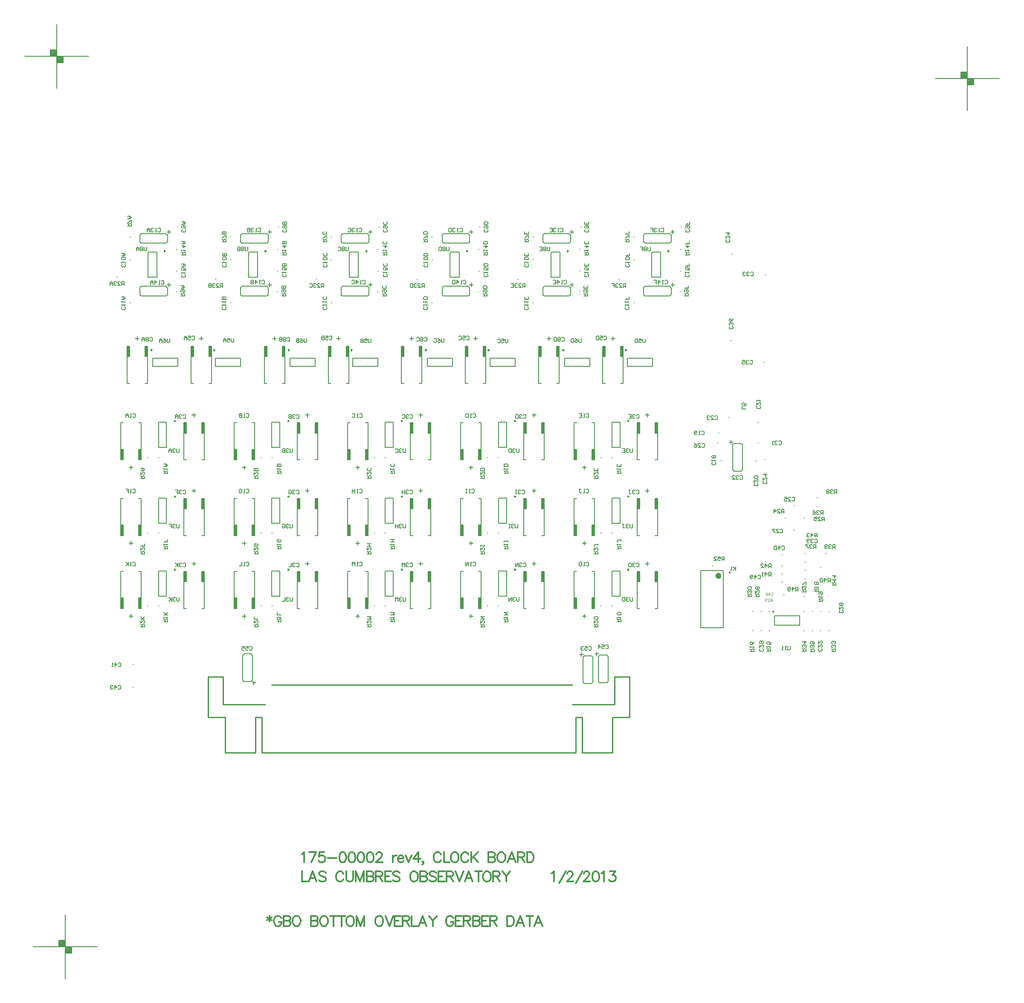
<source format=gbo>
%FSLAX23Y23*%
%MOIN*%
G70*
G01*
G75*
G04 Layer_Color=32896*
%ADD10O,0.061X0.010*%
%ADD11O,0.010X0.061*%
%ADD12R,0.035X0.037*%
%ADD13R,0.035X0.037*%
%ADD14R,0.085X0.043*%
%ADD15R,0.085X0.043*%
%ADD16R,0.085X0.138*%
%ADD17R,0.135X0.070*%
%ADD18R,0.036X0.036*%
%ADD19R,0.028X0.036*%
%ADD20R,0.036X0.036*%
%ADD21R,0.100X0.100*%
%ADD22R,0.048X0.078*%
%ADD23R,0.060X0.086*%
%ADD24O,0.024X0.087*%
%ADD25R,0.045X0.017*%
%ADD26R,0.030X0.100*%
%ADD27R,0.014X0.060*%
%ADD28R,0.031X0.060*%
%ADD29O,0.008X0.033*%
%ADD30O,0.033X0.008*%
%ADD31R,0.228X0.228*%
%ADD32O,0.098X0.028*%
%ADD33R,0.050X0.050*%
%ADD34R,0.050X0.050*%
%ADD35R,0.037X0.035*%
%ADD36R,0.037X0.035*%
%ADD37R,0.070X0.135*%
%ADD38R,0.138X0.085*%
%ADD39R,0.043X0.085*%
%ADD40R,0.043X0.085*%
%ADD41C,0.040*%
%ADD42C,0.005*%
%ADD43C,0.010*%
%ADD44C,0.020*%
%ADD45C,0.007*%
%ADD46C,0.012*%
%ADD47R,1.181X0.787*%
%ADD48C,0.008*%
%ADD49C,0.012*%
%ADD50C,0.012*%
%ADD51C,0.020*%
%ADD52C,0.026*%
%ADD53C,0.059*%
%ADD54R,0.059X0.059*%
%ADD55C,0.050*%
%ADD56C,0.236*%
%ADD57C,0.024*%
%ADD58C,0.040*%
%ADD59C,0.030*%
%ADD60C,0.033*%
%ADD61C,0.055*%
G04:AMPARAMS|DCode=62|XSize=70mil|YSize=70mil|CornerRadius=0mil|HoleSize=0mil|Usage=FLASHONLY|Rotation=0.000|XOffset=0mil|YOffset=0mil|HoleType=Round|Shape=Relief|Width=10mil|Gap=10mil|Entries=4|*
%AMTHD62*
7,0,0,0.070,0.050,0.010,45*
%
%ADD62THD62*%
G04:AMPARAMS|DCode=63|XSize=95.433mil|YSize=95.433mil|CornerRadius=0mil|HoleSize=0mil|Usage=FLASHONLY|Rotation=0.000|XOffset=0mil|YOffset=0mil|HoleType=Round|Shape=Relief|Width=10mil|Gap=10mil|Entries=4|*
%AMTHD63*
7,0,0,0.095,0.075,0.010,45*
%
%ADD63THD63*%
%ADD64C,0.045*%
%ADD65R,0.065X0.024*%
%ADD66R,0.094X0.102*%
%ADD67R,0.075X0.063*%
%ADD68O,0.028X0.098*%
%ADD69O,0.087X0.024*%
%ADD70R,0.078X0.048*%
%ADD71R,1.181X0.787*%
%ADD72C,0.010*%
%ADD73C,0.024*%
%ADD74C,0.010*%
%ADD75C,0.008*%
%ADD76C,0.006*%
%ADD77R,0.240X0.165*%
%ADD78R,1.181X0.787*%
%ADD79O,0.065X0.014*%
%ADD80O,0.014X0.065*%
%ADD81R,0.039X0.041*%
%ADD82R,0.039X0.041*%
%ADD83R,0.089X0.047*%
%ADD84R,0.089X0.047*%
%ADD85R,0.089X0.142*%
%ADD86R,0.139X0.074*%
%ADD87R,0.040X0.040*%
%ADD88R,0.032X0.040*%
%ADD89R,0.040X0.040*%
%ADD90R,0.104X0.104*%
%ADD91R,0.052X0.082*%
%ADD92R,0.064X0.090*%
%ADD93O,0.028X0.091*%
%ADD94R,0.049X0.021*%
%ADD95O,0.012X0.037*%
%ADD96O,0.037X0.012*%
%ADD97R,0.232X0.232*%
%ADD98O,0.102X0.032*%
%ADD99R,0.054X0.054*%
%ADD100R,0.054X0.054*%
%ADD101R,0.041X0.039*%
%ADD102R,0.041X0.039*%
%ADD103R,0.074X0.139*%
%ADD104R,0.142X0.089*%
%ADD105R,0.047X0.089*%
%ADD106R,0.047X0.089*%
%ADD107C,0.120*%
%ADD108C,0.080*%
%ADD109C,0.030*%
%ADD110C,0.063*%
%ADD111R,0.063X0.063*%
%ADD112C,0.054*%
%ADD113C,0.240*%
%ADD114C,0.028*%
%ADD115R,1.099X0.163*%
%ADD116R,0.069X0.028*%
%ADD117R,0.098X0.106*%
%ADD118R,0.079X0.067*%
%ADD119O,0.032X0.102*%
%ADD120O,0.091X0.028*%
%ADD121R,0.082X0.052*%
%ADD122C,0.003*%
%ADD123R,0.020X0.082*%
D42*
X26353Y16810D02*
Y16781D01*
Y16791D01*
X26333Y16810D01*
X26348Y16796D01*
X26333Y16781D01*
X26323D02*
X26313D01*
X26318D01*
Y16810D01*
X26323Y16806D01*
X25576Y17994D02*
X25581Y17999D01*
X25591D01*
X25596Y17994D01*
Y17974D01*
X25591Y17969D01*
X25581D01*
X25576Y17974D01*
X25566Y17994D02*
X25561Y17999D01*
X25551D01*
X25546Y17994D01*
Y17989D01*
X25551Y17984D01*
X25556D01*
X25551D01*
X25546Y17979D01*
Y17974D01*
X25551Y17969D01*
X25561D01*
X25566Y17974D01*
X25516Y17999D02*
X25536D01*
Y17969D01*
X25516D01*
X25536Y17984D02*
X25526D01*
X26431Y18041D02*
X26401D01*
Y18061D01*
X26431Y18090D02*
Y18070D01*
X26416D01*
X26421Y18080D01*
Y18085D01*
X26416Y18090D01*
X26406D01*
X26401Y18085D01*
Y18075D01*
X26406Y18070D01*
X26526Y16740D02*
X26531Y16744D01*
X26541D01*
X26546Y16740D01*
Y16720D01*
X26541Y16715D01*
X26531D01*
X26526Y16720D01*
X26501Y16715D02*
Y16744D01*
X26516Y16730D01*
X26496D01*
X26486Y16720D02*
X26481Y16715D01*
X26471D01*
X26466Y16720D01*
Y16740D01*
X26471Y16744D01*
X26481D01*
X26486Y16740D01*
Y16735D01*
X26481Y16730D01*
X26466D01*
X26263Y16858D02*
Y16887D01*
X26248D01*
X26243Y16882D01*
Y16873D01*
X26248Y16868D01*
X26263D01*
X26253D02*
X26243Y16858D01*
X26213Y16887D02*
X26233D01*
Y16873D01*
X26223Y16878D01*
X26218D01*
X26213Y16873D01*
Y16863D01*
X26218Y16858D01*
X26228D01*
X26233Y16863D01*
X26183Y16858D02*
X26203D01*
X26183Y16878D01*
Y16882D01*
X26188Y16887D01*
X26198D01*
X26203Y16882D01*
X26839Y16620D02*
Y16649D01*
X26824D01*
X26819Y16645D01*
Y16635D01*
X26824Y16630D01*
X26839D01*
X26829D02*
X26819Y16620D01*
X26794D02*
Y16649D01*
X26809Y16635D01*
X26789D01*
X26779Y16645D02*
X26774Y16649D01*
X26764D01*
X26759Y16645D01*
Y16640D01*
X26764Y16635D01*
X26759Y16630D01*
Y16625D01*
X26764Y16620D01*
X26774D01*
X26779Y16625D01*
Y16630D01*
X26774Y16635D01*
X26779Y16640D01*
Y16645D01*
X26774Y16635D02*
X26764D01*
X27036Y17219D02*
Y17248D01*
X27021D01*
X27016Y17243D01*
Y17234D01*
X27021Y17229D01*
X27036D01*
X27026D02*
X27016Y17219D01*
X27006Y17243D02*
X27001Y17248D01*
X26991D01*
X26986Y17243D01*
Y17239D01*
X26991Y17234D01*
X26996D01*
X26991D01*
X26986Y17229D01*
Y17224D01*
X26991Y17219D01*
X27001D01*
X27006Y17224D01*
X26956Y17248D02*
X26966Y17243D01*
X26976Y17234D01*
Y17224D01*
X26971Y17219D01*
X26961D01*
X26956Y17224D01*
Y17229D01*
X26961Y17234D01*
X26976D01*
X26326Y18688D02*
X26331Y18683D01*
Y18673D01*
X26326Y18668D01*
X26306D01*
X26301Y18673D01*
Y18683D01*
X26306Y18688D01*
X26326Y18697D02*
X26331Y18702D01*
Y18712D01*
X26326Y18717D01*
X26321D01*
X26316Y18712D01*
Y18707D01*
Y18712D01*
X26311Y18717D01*
X26306D01*
X26301Y18712D01*
Y18702D01*
X26306Y18697D01*
X26331Y18747D02*
X26326Y18737D01*
X26316Y18727D01*
X26306D01*
X26301Y18732D01*
Y18742D01*
X26306Y18747D01*
X26311D01*
X26316Y18742D01*
Y18727D01*
X26463Y18419D02*
X26468Y18423D01*
X26478D01*
X26483Y18419D01*
Y18399D01*
X26478Y18394D01*
X26468D01*
X26463Y18399D01*
X26453Y18419D02*
X26448Y18423D01*
X26438D01*
X26433Y18419D01*
Y18414D01*
X26438Y18409D01*
X26443D01*
X26438D01*
X26433Y18404D01*
Y18399D01*
X26438Y18394D01*
X26448D01*
X26453Y18399D01*
X26403Y18423D02*
X26423D01*
Y18409D01*
X26413Y18414D01*
X26408D01*
X26403Y18409D01*
Y18399D01*
X26408Y18394D01*
X26418D01*
X26423Y18399D01*
X26301Y19365D02*
X26306Y19360D01*
Y19350D01*
X26301Y19345D01*
X26281D01*
X26276Y19350D01*
Y19360D01*
X26281Y19365D01*
X26301Y19374D02*
X26306Y19379D01*
Y19389D01*
X26301Y19394D01*
X26296D01*
X26291Y19389D01*
Y19384D01*
Y19389D01*
X26286Y19394D01*
X26281D01*
X26276Y19389D01*
Y19379D01*
X26281Y19374D01*
X26276Y19419D02*
X26306D01*
X26291Y19404D01*
Y19424D01*
X26467Y19108D02*
X26472Y19112D01*
X26482D01*
X26487Y19108D01*
Y19088D01*
X26482Y19083D01*
X26472D01*
X26467Y19088D01*
X26457Y19108D02*
X26452Y19112D01*
X26442D01*
X26437Y19108D01*
Y19103D01*
X26442Y19098D01*
X26447D01*
X26442D01*
X26437Y19093D01*
Y19088D01*
X26442Y19083D01*
X26452D01*
X26457Y19088D01*
X26427Y19108D02*
X26422Y19112D01*
X26412D01*
X26407Y19108D01*
Y19103D01*
X26412Y19098D01*
X26417D01*
X26412D01*
X26407Y19093D01*
Y19088D01*
X26412Y19083D01*
X26422D01*
X26427Y19088D01*
X26190Y17626D02*
X26195Y17621D01*
Y17611D01*
X26190Y17606D01*
X26170D01*
X26165Y17611D01*
Y17621D01*
X26170Y17626D01*
X26165Y17635D02*
Y17645D01*
Y17640D01*
X26195D01*
X26190Y17635D01*
Y17660D02*
X26195Y17665D01*
Y17675D01*
X26190Y17680D01*
X26185D01*
X26180Y17675D01*
X26175Y17680D01*
X26170D01*
X26165Y17675D01*
Y17665D01*
X26170Y17660D01*
X26175D01*
X26180Y17665D01*
X26185Y17660D01*
X26190D01*
X26180Y17665D02*
Y17675D01*
X26084Y17865D02*
X26089Y17870D01*
X26099D01*
X26104Y17865D01*
Y17846D01*
X26099Y17841D01*
X26089D01*
X26084Y17846D01*
X26074Y17841D02*
X26064D01*
X26069D01*
Y17870D01*
X26074Y17865D01*
X26049Y17846D02*
X26044Y17841D01*
X26034D01*
X26029Y17846D01*
Y17865D01*
X26034Y17870D01*
X26044D01*
X26049Y17865D01*
Y17861D01*
X26044Y17856D01*
X26029D01*
X26521Y17461D02*
X26526Y17456D01*
Y17446D01*
X26521Y17441D01*
X26501D01*
X26496Y17446D01*
Y17456D01*
X26501Y17461D01*
X26496Y17490D02*
Y17470D01*
X26516Y17490D01*
X26521D01*
X26526Y17485D01*
Y17475D01*
X26521Y17470D01*
Y17500D02*
X26526Y17505D01*
Y17515D01*
X26521Y17520D01*
X26501D01*
X26496Y17515D01*
Y17505D01*
X26501Y17500D01*
X26521D01*
X26540Y18065D02*
X26545Y18060D01*
Y18050D01*
X26540Y18045D01*
X26520D01*
X26515Y18050D01*
Y18060D01*
X26520Y18065D01*
X26515Y18094D02*
Y18074D01*
X26535Y18094D01*
X26540D01*
X26545Y18089D01*
Y18079D01*
X26540Y18074D01*
X26515Y18104D02*
Y18114D01*
Y18109D01*
X26545D01*
X26540Y18104D01*
X26187Y17985D02*
X26192Y17989D01*
X26202D01*
X26207Y17985D01*
Y17965D01*
X26202Y17960D01*
X26192D01*
X26187Y17965D01*
X26157Y17960D02*
X26177D01*
X26157Y17980D01*
Y17985D01*
X26162Y17989D01*
X26172D01*
X26177Y17985D01*
X26147D02*
X26142Y17989D01*
X26132D01*
X26127Y17985D01*
Y17980D01*
X26132Y17975D01*
X26137D01*
X26132D01*
X26127Y17970D01*
Y17965D01*
X26132Y17960D01*
X26142D01*
X26147Y17965D01*
X26591Y17478D02*
X26596Y17473D01*
Y17463D01*
X26591Y17458D01*
X26571D01*
X26566Y17463D01*
Y17473D01*
X26571Y17478D01*
X26566Y17507D02*
Y17487D01*
X26586Y17507D01*
X26591D01*
X26596Y17502D01*
Y17492D01*
X26591Y17487D01*
X26566Y17532D02*
X26596D01*
X26581Y17517D01*
Y17537D01*
X26792Y17348D02*
X26797Y17353D01*
X26807D01*
X26812Y17348D01*
Y17328D01*
X26807Y17323D01*
X26797D01*
X26792Y17328D01*
X26762Y17323D02*
X26782D01*
X26762Y17343D01*
Y17348D01*
X26767Y17353D01*
X26777D01*
X26782Y17348D01*
X26732Y17353D02*
X26752D01*
Y17338D01*
X26742Y17343D01*
X26737D01*
X26732Y17338D01*
Y17328D01*
X26737Y17323D01*
X26747D01*
X26752Y17328D01*
X26088Y17768D02*
X26093Y17773D01*
X26103D01*
X26108Y17768D01*
Y17749D01*
X26103Y17744D01*
X26093D01*
X26088Y17749D01*
X26058Y17744D02*
X26078D01*
X26058Y17764D01*
Y17768D01*
X26063Y17773D01*
X26073D01*
X26078Y17768D01*
X26028Y17773D02*
X26038Y17768D01*
X26048Y17759D01*
Y17749D01*
X26043Y17744D01*
X26033D01*
X26028Y17749D01*
Y17754D01*
X26033Y17759D01*
X26048D01*
X26698Y17100D02*
X26703Y17104D01*
X26713D01*
X26718Y17100D01*
Y17080D01*
X26713Y17075D01*
X26703D01*
X26698Y17080D01*
X26668Y17075D02*
X26688D01*
X26668Y17095D01*
Y17100D01*
X26673Y17104D01*
X26683D01*
X26688Y17100D01*
X26658Y17104D02*
X26638D01*
Y17100D01*
X26658Y17080D01*
Y17075D01*
X27186Y16468D02*
X27191Y16463D01*
Y16453D01*
X27186Y16448D01*
X27166D01*
X27161Y16453D01*
Y16463D01*
X27166Y16468D01*
X27161Y16497D02*
Y16477D01*
X27181Y16497D01*
X27186D01*
X27191Y16492D01*
Y16482D01*
X27186Y16477D01*
Y16507D02*
X27191Y16512D01*
Y16522D01*
X27186Y16527D01*
X27181D01*
X27176Y16522D01*
X27171Y16527D01*
X27166D01*
X27161Y16522D01*
Y16512D01*
X27166Y16507D01*
X27171D01*
X27176Y16512D01*
X27181Y16507D01*
X27186D01*
X27176Y16512D02*
Y16522D01*
X26688Y17788D02*
X26693Y17792D01*
X26703D01*
X26708Y17788D01*
Y17768D01*
X26703Y17763D01*
X26693D01*
X26688Y17768D01*
X26678Y17788D02*
X26673Y17792D01*
X26663D01*
X26658Y17788D01*
Y17783D01*
X26663Y17778D01*
X26668D01*
X26663D01*
X26658Y17773D01*
Y17768D01*
X26663Y17763D01*
X26673D01*
X26678Y17768D01*
X26648Y17763D02*
X26638D01*
X26643D01*
Y17792D01*
X26648Y17788D01*
X26384Y17517D02*
X26389Y17521D01*
X26399D01*
X26404Y17517D01*
Y17497D01*
X26399Y17492D01*
X26389D01*
X26384Y17497D01*
X26374Y17517D02*
X26369Y17521D01*
X26359D01*
X26354Y17517D01*
Y17512D01*
X26359Y17507D01*
X26364D01*
X26359D01*
X26354Y17502D01*
Y17497D01*
X26359Y17492D01*
X26369D01*
X26374Y17497D01*
X26324Y17492D02*
X26344D01*
X26324Y17512D01*
Y17517D01*
X26329Y17521D01*
X26339D01*
X26344Y17517D01*
X26967Y17021D02*
X26972Y17026D01*
X26982D01*
X26987Y17021D01*
Y17002D01*
X26982Y16997D01*
X26972D01*
X26967Y17002D01*
X26957Y17021D02*
X26952Y17026D01*
X26942D01*
X26937Y17021D01*
Y17017D01*
X26942Y17012D01*
X26947D01*
X26942D01*
X26937Y17007D01*
Y17002D01*
X26942Y16997D01*
X26952D01*
X26957Y17002D01*
X26927D02*
X26922Y16997D01*
X26912D01*
X26907Y17002D01*
Y17021D01*
X26912Y17026D01*
X26922D01*
X26927Y17021D01*
Y17017D01*
X26922Y17012D01*
X26907D01*
X26713Y16967D02*
X26718Y16972D01*
X26728D01*
X26733Y16967D01*
Y16947D01*
X26728Y16942D01*
X26718D01*
X26713Y16947D01*
X26688Y16942D02*
Y16972D01*
X26703Y16957D01*
X26683D01*
X26673Y16967D02*
X26668Y16972D01*
X26658D01*
X26653Y16967D01*
Y16947D01*
X26658Y16942D01*
X26668D01*
X26673Y16947D01*
Y16967D01*
X21525Y16053D02*
X21530Y16058D01*
X21540D01*
X21545Y16053D01*
Y16033D01*
X21540Y16028D01*
X21530D01*
X21525Y16033D01*
X21500Y16028D02*
Y16058D01*
X21515Y16043D01*
X21495D01*
X21485Y16028D02*
X21475D01*
X21480D01*
Y16058D01*
X21485Y16053D01*
X21524Y15877D02*
X21529Y15882D01*
X21539D01*
X21544Y15877D01*
Y15857D01*
X21539Y15852D01*
X21529D01*
X21524Y15857D01*
X21499Y15852D02*
Y15882D01*
X21514Y15867D01*
X21494D01*
X21484Y15877D02*
X21479Y15882D01*
X21469D01*
X21464Y15877D01*
Y15872D01*
X21469Y15867D01*
X21474D01*
X21469D01*
X21464Y15862D01*
Y15857D01*
X21469Y15852D01*
X21479D01*
X21484Y15857D01*
X25202Y16181D02*
X25207Y16186D01*
X25217D01*
X25222Y16181D01*
Y16162D01*
X25217Y16157D01*
X25207D01*
X25202Y16162D01*
X25172Y16186D02*
X25192D01*
Y16172D01*
X25182Y16177D01*
X25177D01*
X25172Y16172D01*
Y16162D01*
X25177Y16157D01*
X25187D01*
X25192Y16162D01*
X25162Y16181D02*
X25157Y16186D01*
X25147D01*
X25142Y16181D01*
Y16177D01*
X25147Y16172D01*
X25152D01*
X25147D01*
X25142Y16167D01*
Y16162D01*
X25147Y16157D01*
X25157D01*
X25162Y16162D01*
X25335Y16194D02*
X25340Y16198D01*
X25350D01*
X25355Y16194D01*
Y16174D01*
X25350Y16169D01*
X25340D01*
X25335Y16174D01*
X25305Y16198D02*
X25325D01*
Y16184D01*
X25315Y16189D01*
X25310D01*
X25305Y16184D01*
Y16174D01*
X25310Y16169D01*
X25320D01*
X25325Y16174D01*
X25280Y16169D02*
Y16198D01*
X25295Y16184D01*
X25275D01*
X22551Y16181D02*
X22556Y16186D01*
X22566D01*
X22571Y16181D01*
Y16162D01*
X22566Y16157D01*
X22556D01*
X22551Y16162D01*
X22521Y16186D02*
X22541D01*
Y16172D01*
X22531Y16177D01*
X22526D01*
X22521Y16172D01*
Y16162D01*
X22526Y16157D01*
X22536D01*
X22541Y16162D01*
X22491Y16186D02*
X22511D01*
Y16172D01*
X22501Y16177D01*
X22496D01*
X22491Y16172D01*
Y16162D01*
X22496Y16157D01*
X22506D01*
X22511Y16162D01*
X26969Y16615D02*
X26999D01*
Y16630D01*
X26994Y16635D01*
X26984D01*
X26979Y16630D01*
Y16615D01*
Y16625D02*
X26969Y16635D01*
Y16644D02*
Y16654D01*
Y16649D01*
X26999D01*
X26994Y16644D01*
Y16669D02*
X26999Y16674D01*
Y16684D01*
X26994Y16689D01*
X26989D01*
X26984Y16684D01*
X26979Y16689D01*
X26974D01*
X26969Y16684D01*
Y16674D01*
X26974Y16669D01*
X26979D01*
X26984Y16674D01*
X26989Y16669D01*
X26994D01*
X26984Y16674D02*
Y16684D01*
X27001Y16540D02*
X27031D01*
Y16555D01*
X27026Y16560D01*
X27016D01*
X27011Y16555D01*
Y16540D01*
Y16550D02*
X27001Y16560D01*
Y16569D02*
Y16579D01*
Y16574D01*
X27031D01*
X27026Y16569D01*
X27006Y16594D02*
X27001Y16599D01*
Y16609D01*
X27006Y16614D01*
X27026D01*
X27031Y16609D01*
Y16599D01*
X27026Y16594D01*
X27021D01*
X27016Y16599D01*
Y16614D01*
X26727Y17228D02*
Y17258D01*
X26712D01*
X26707Y17253D01*
Y17243D01*
X26712Y17238D01*
X26727D01*
X26717D02*
X26707Y17228D01*
X26677D02*
X26697D01*
X26677Y17248D01*
Y17253D01*
X26682Y17258D01*
X26692D01*
X26697Y17253D01*
X26652Y17228D02*
Y17258D01*
X26667Y17243D01*
X26647D01*
X27044Y17168D02*
Y17197D01*
X27029D01*
X27024Y17192D01*
Y17183D01*
X27029Y17178D01*
X27044D01*
X27034D02*
X27024Y17168D01*
X26994D02*
X27014D01*
X26994Y17188D01*
Y17192D01*
X26999Y17197D01*
X27009D01*
X27014Y17192D01*
X26964Y17197D02*
X26984D01*
Y17183D01*
X26974Y17188D01*
X26969D01*
X26964Y17183D01*
Y17173D01*
X26969Y17168D01*
X26979D01*
X26984Y17173D01*
X26870Y16611D02*
X26900D01*
Y16626D01*
X26895Y16631D01*
X26885D01*
X26880Y16626D01*
Y16611D01*
Y16621D02*
X26870Y16631D01*
Y16660D02*
Y16640D01*
X26890Y16660D01*
X26895D01*
X26900Y16655D01*
Y16645D01*
X26895Y16640D01*
X26900Y16670D02*
Y16690D01*
X26895D01*
X26875Y16670D01*
X26870D01*
X26446Y16575D02*
X26476D01*
Y16590D01*
X26471Y16595D01*
X26461D01*
X26456Y16590D01*
Y16575D01*
Y16585D02*
X26446Y16595D01*
X26471Y16604D02*
X26476Y16609D01*
Y16619D01*
X26471Y16624D01*
X26466D01*
X26461Y16619D01*
Y16614D01*
Y16619D01*
X26456Y16624D01*
X26451D01*
X26446Y16619D01*
Y16609D01*
X26451Y16604D01*
X26471Y16634D02*
X26476Y16639D01*
Y16649D01*
X26471Y16654D01*
X26451D01*
X26446Y16649D01*
Y16639D01*
X26451Y16634D01*
X26471D01*
X27102Y16146D02*
X27132D01*
Y16161D01*
X27127Y16166D01*
X27117D01*
X27112Y16161D01*
Y16146D01*
Y16156D02*
X27102Y16166D01*
X27127Y16176D02*
X27132Y16181D01*
Y16191D01*
X27127Y16196D01*
X27122D01*
X27117Y16191D01*
Y16186D01*
Y16191D01*
X27112Y16196D01*
X27107D01*
X27102Y16191D01*
Y16181D01*
X27107Y16176D01*
X27127Y16206D02*
X27132Y16211D01*
Y16221D01*
X27127Y16226D01*
X27122D01*
X27117Y16221D01*
Y16216D01*
Y16221D01*
X27112Y16226D01*
X27107D01*
X27102Y16221D01*
Y16211D01*
X27107Y16206D01*
X26873Y16148D02*
X26903D01*
Y16163D01*
X26898Y16168D01*
X26888D01*
X26883Y16163D01*
Y16148D01*
Y16158D02*
X26873Y16168D01*
X26898Y16178D02*
X26903Y16183D01*
Y16193D01*
X26898Y16198D01*
X26893D01*
X26888Y16193D01*
Y16188D01*
Y16193D01*
X26883Y16198D01*
X26878D01*
X26873Y16193D01*
Y16183D01*
X26878Y16178D01*
X26873Y16223D02*
X26903D01*
X26888Y16208D01*
Y16228D01*
X26935Y16147D02*
X26965D01*
Y16162D01*
X26960Y16167D01*
X26950D01*
X26945Y16162D01*
Y16147D01*
Y16157D02*
X26935Y16167D01*
X26960Y16177D02*
X26965Y16182D01*
Y16192D01*
X26960Y16197D01*
X26955D01*
X26950Y16192D01*
Y16187D01*
Y16192D01*
X26945Y16197D01*
X26940D01*
X26935Y16192D01*
Y16182D01*
X26940Y16177D01*
X26965Y16227D02*
Y16207D01*
X26950D01*
X26955Y16217D01*
Y16222D01*
X26950Y16227D01*
X26940D01*
X26935Y16222D01*
Y16212D01*
X26940Y16207D01*
X26979Y16954D02*
Y16983D01*
X26964D01*
X26959Y16979D01*
Y16969D01*
X26964Y16964D01*
X26979D01*
X26969D02*
X26959Y16954D01*
X26949Y16979D02*
X26944Y16983D01*
X26934D01*
X26929Y16979D01*
Y16974D01*
X26934Y16969D01*
X26939D01*
X26934D01*
X26929Y16964D01*
Y16959D01*
X26934Y16954D01*
X26944D01*
X26949Y16959D01*
X26919Y16983D02*
X26899D01*
Y16979D01*
X26919Y16959D01*
Y16954D01*
X27142Y17382D02*
Y17411D01*
X27127D01*
X27122Y17406D01*
Y17397D01*
X27127Y17392D01*
X27142D01*
X27132D02*
X27122Y17382D01*
X27112Y17406D02*
X27107Y17411D01*
X27097D01*
X27092Y17406D01*
Y17402D01*
X27097Y17397D01*
X27102D01*
X27097D01*
X27092Y17392D01*
Y17387D01*
X27097Y17382D01*
X27107D01*
X27112Y17387D01*
X27082Y17406D02*
X27077Y17411D01*
X27067D01*
X27062Y17406D01*
Y17402D01*
X27067Y17397D01*
X27062Y17392D01*
Y17387D01*
X27067Y17382D01*
X27077D01*
X27082Y17387D01*
Y17392D01*
X27077Y17397D01*
X27082Y17402D01*
Y17406D01*
X27077Y17397D02*
X27067D01*
X27128Y16952D02*
Y16982D01*
X27113D01*
X27108Y16977D01*
Y16967D01*
X27113Y16962D01*
X27128D01*
X27118D02*
X27108Y16952D01*
X27098Y16977D02*
X27093Y16982D01*
X27083D01*
X27078Y16977D01*
Y16972D01*
X27083Y16967D01*
X27088D01*
X27083D01*
X27078Y16962D01*
Y16957D01*
X27083Y16952D01*
X27093D01*
X27098Y16957D01*
X27068D02*
X27063Y16952D01*
X27053D01*
X27048Y16957D01*
Y16977D01*
X27053Y16982D01*
X27063D01*
X27068Y16977D01*
Y16972D01*
X27063Y16967D01*
X27048D01*
X27091Y16690D02*
Y16719D01*
X27076D01*
X27071Y16715D01*
Y16705D01*
X27076Y16700D01*
X27091D01*
X27081D02*
X27071Y16690D01*
X27046D02*
Y16719D01*
X27061Y16705D01*
X27041D01*
X27031Y16715D02*
X27026Y16719D01*
X27016D01*
X27011Y16715D01*
Y16695D01*
X27016Y16690D01*
X27026D01*
X27031Y16695D01*
Y16715D01*
X26628Y16737D02*
Y16767D01*
X26613D01*
X26608Y16762D01*
Y16752D01*
X26613Y16747D01*
X26628D01*
X26618D02*
X26608Y16737D01*
X26583D02*
Y16767D01*
X26598Y16752D01*
X26578D01*
X26568Y16737D02*
X26558D01*
X26563D01*
Y16767D01*
X26568Y16762D01*
X26628Y16802D02*
Y16832D01*
X26613D01*
X26608Y16827D01*
Y16817D01*
X26613Y16812D01*
X26628D01*
X26618D02*
X26608Y16802D01*
X26583D02*
Y16832D01*
X26598Y16817D01*
X26578D01*
X26548Y16802D02*
X26568D01*
X26548Y16822D01*
Y16827D01*
X26553Y16832D01*
X26563D01*
X26568Y16827D01*
X26987Y17041D02*
Y17070D01*
X26972D01*
X26967Y17066D01*
Y17056D01*
X26972Y17051D01*
X26987D01*
X26977D02*
X26967Y17041D01*
X26942D02*
Y17070D01*
X26957Y17056D01*
X26937D01*
X26927Y17066D02*
X26922Y17070D01*
X26912D01*
X26907Y17066D01*
Y17061D01*
X26912Y17056D01*
X26917D01*
X26912D01*
X26907Y17051D01*
Y17046D01*
X26912Y17041D01*
X26922D01*
X26927Y17046D01*
X27106Y16665D02*
X27136D01*
Y16680D01*
X27131Y16685D01*
X27121D01*
X27116Y16680D01*
Y16665D01*
Y16675D02*
X27106Y16685D01*
Y16709D02*
X27136D01*
X27121Y16694D01*
Y16714D01*
X27106Y16739D02*
X27136D01*
X27121Y16724D01*
Y16744D01*
X24297Y18002D02*
X24302Y18007D01*
X24312D01*
X24317Y18002D01*
Y17982D01*
X24312Y17977D01*
X24302D01*
X24297Y17982D01*
X24287Y17977D02*
X24277D01*
X24282D01*
Y18007D01*
X24287Y18002D01*
X24262Y18007D02*
Y17977D01*
X24247D01*
X24242Y17982D01*
Y18002D01*
X24247Y18007D01*
X24262D01*
X24659Y16570D02*
Y16545D01*
X24654Y16540D01*
X24644D01*
X24639Y16545D01*
Y16570D01*
X24629Y16565D02*
X24624Y16570D01*
X24614D01*
X24609Y16565D01*
Y16560D01*
X24614Y16555D01*
X24619D01*
X24614D01*
X24609Y16550D01*
Y16545D01*
X24614Y16540D01*
X24624D01*
X24629Y16545D01*
X24599Y16540D02*
Y16570D01*
X24579Y16540D01*
Y16570D01*
X23773D02*
Y16545D01*
X23768Y16540D01*
X23758D01*
X23753Y16545D01*
Y16570D01*
X23743Y16565D02*
X23738Y16570D01*
X23728D01*
X23723Y16565D01*
Y16560D01*
X23728Y16555D01*
X23733D01*
X23728D01*
X23723Y16550D01*
Y16545D01*
X23728Y16540D01*
X23738D01*
X23743Y16545D01*
X23713Y16540D02*
Y16570D01*
X23703Y16560D01*
X23693Y16570D01*
Y16540D01*
X23773Y17141D02*
Y17116D01*
X23768Y17111D01*
X23758D01*
X23753Y17116D01*
Y17141D01*
X23743Y17136D02*
X23738Y17141D01*
X23728D01*
X23723Y17136D01*
Y17131D01*
X23728Y17126D01*
X23733D01*
X23728D01*
X23723Y17121D01*
Y17116D01*
X23728Y17111D01*
X23738D01*
X23743Y17116D01*
X23713Y17141D02*
Y17111D01*
Y17126D01*
X23693D01*
Y17141D01*
Y17111D01*
X22887Y17141D02*
Y17116D01*
X22882Y17111D01*
X22872D01*
X22867Y17116D01*
Y17141D01*
X22857Y17136D02*
X22852Y17141D01*
X22842D01*
X22837Y17136D01*
Y17131D01*
X22842Y17126D01*
X22847D01*
X22842D01*
X22837Y17121D01*
Y17116D01*
X22842Y17111D01*
X22852D01*
X22857Y17116D01*
X22807Y17136D02*
X22812Y17141D01*
X22822D01*
X22827Y17136D01*
Y17116D01*
X22822Y17111D01*
X22812D01*
X22807Y17116D01*
Y17126D01*
X22817D01*
X24359Y16339D02*
X24389D01*
Y16354D01*
X24384Y16359D01*
X24374D01*
X24369Y16354D01*
Y16339D01*
Y16349D02*
X24359Y16359D01*
Y16388D02*
Y16368D01*
X24379Y16388D01*
X24384D01*
X24389Y16383D01*
Y16373D01*
X24384Y16368D01*
X24359Y16398D02*
X24389D01*
X24359Y16418D01*
X24389D01*
X23473Y16339D02*
X23503D01*
Y16354D01*
X23498Y16359D01*
X23488D01*
X23483Y16354D01*
Y16339D01*
Y16349D02*
X23473Y16359D01*
Y16388D02*
Y16368D01*
X23493Y16388D01*
X23498D01*
X23503Y16383D01*
Y16373D01*
X23498Y16368D01*
X23473Y16398D02*
X23503D01*
X23493Y16408D01*
X23503Y16418D01*
X23473D01*
Y16909D02*
X23503D01*
Y16924D01*
X23498Y16929D01*
X23488D01*
X23483Y16924D01*
Y16909D01*
Y16919D02*
X23473Y16929D01*
Y16959D02*
Y16939D01*
X23493Y16959D01*
X23498D01*
X23503Y16954D01*
Y16944D01*
X23498Y16939D01*
X23503Y16969D02*
X23473D01*
X23488D01*
Y16989D01*
X23503D01*
X23473D01*
X22587Y16909D02*
X22617D01*
Y16924D01*
X22612Y16929D01*
X22602D01*
X22597Y16924D01*
Y16909D01*
Y16919D02*
X22587Y16929D01*
Y16959D02*
Y16939D01*
X22607Y16959D01*
X22612D01*
X22617Y16954D01*
Y16944D01*
X22612Y16939D01*
Y16989D02*
X22617Y16984D01*
Y16974D01*
X22612Y16969D01*
X22592D01*
X22587Y16974D01*
Y16984D01*
X22592Y16989D01*
X22602D01*
Y16979D01*
X24540Y16378D02*
X24570D01*
Y16393D01*
X24565Y16398D01*
X24555D01*
X24550Y16393D01*
Y16378D01*
Y16388D02*
X24540Y16398D01*
Y16407D02*
Y16417D01*
Y16412D01*
X24570D01*
X24565Y16407D01*
X24540Y16432D02*
X24570D01*
X24540Y16452D01*
X24570D01*
X23654Y16378D02*
X23684D01*
Y16393D01*
X23679Y16398D01*
X23669D01*
X23664Y16393D01*
Y16378D01*
Y16388D02*
X23654Y16398D01*
Y16407D02*
Y16417D01*
Y16412D01*
X23684D01*
X23679Y16407D01*
X23654Y16432D02*
X23684D01*
X23674Y16442D01*
X23684Y16452D01*
X23654D01*
Y16948D02*
X23684D01*
Y16963D01*
X23679Y16968D01*
X23669D01*
X23664Y16963D01*
Y16948D01*
Y16958D02*
X23654Y16968D01*
Y16978D02*
Y16988D01*
Y16983D01*
X23684D01*
X23679Y16978D01*
X23684Y17003D02*
X23654D01*
X23669D01*
Y17023D01*
X23684D01*
X23654D01*
X22768Y16948D02*
X22798D01*
Y16963D01*
X22793Y16968D01*
X22783D01*
X22778Y16963D01*
Y16948D01*
Y16958D02*
X22768Y16968D01*
Y16978D02*
Y16988D01*
Y16983D01*
X22798D01*
X22793Y16978D01*
Y17023D02*
X22798Y17018D01*
Y17008D01*
X22793Y17003D01*
X22773D01*
X22768Y17008D01*
Y17018D01*
X22773Y17023D01*
X22783D01*
Y17013D01*
X24690Y16833D02*
X24695Y16838D01*
X24705D01*
X24710Y16833D01*
Y16813D01*
X24705Y16808D01*
X24695D01*
X24690Y16813D01*
X24680Y16833D02*
X24675Y16838D01*
X24665D01*
X24660Y16833D01*
Y16828D01*
X24665Y16823D01*
X24670D01*
X24665D01*
X24660Y16818D01*
Y16813D01*
X24665Y16808D01*
X24675D01*
X24680Y16813D01*
X24650Y16808D02*
Y16838D01*
X24630Y16808D01*
Y16838D01*
X23804Y16833D02*
X23809Y16838D01*
X23819D01*
X23824Y16833D01*
Y16813D01*
X23819Y16808D01*
X23809D01*
X23804Y16813D01*
X23794Y16833D02*
X23789Y16838D01*
X23779D01*
X23774Y16833D01*
Y16828D01*
X23779Y16823D01*
X23784D01*
X23779D01*
X23774Y16818D01*
Y16813D01*
X23779Y16808D01*
X23789D01*
X23794Y16813D01*
X23764Y16808D02*
Y16838D01*
X23754Y16828D01*
X23744Y16838D01*
Y16808D01*
X23804Y17403D02*
X23809Y17408D01*
X23819D01*
X23824Y17403D01*
Y17383D01*
X23819Y17378D01*
X23809D01*
X23804Y17383D01*
X23794Y17403D02*
X23789Y17408D01*
X23779D01*
X23774Y17403D01*
Y17398D01*
X23779Y17393D01*
X23784D01*
X23779D01*
X23774Y17388D01*
Y17383D01*
X23779Y17378D01*
X23789D01*
X23794Y17383D01*
X23764Y17408D02*
Y17378D01*
Y17393D01*
X23744D01*
Y17408D01*
Y17378D01*
X22919Y17403D02*
X22924Y17408D01*
X22934D01*
X22939Y17403D01*
Y17383D01*
X22934Y17378D01*
X22924D01*
X22919Y17383D01*
X22909Y17403D02*
X22904Y17408D01*
X22894D01*
X22889Y17403D01*
Y17398D01*
X22894Y17393D01*
X22899D01*
X22894D01*
X22889Y17388D01*
Y17383D01*
X22894Y17378D01*
X22904D01*
X22909Y17383D01*
X22859Y17403D02*
X22864Y17408D01*
X22874D01*
X22879Y17403D01*
Y17383D01*
X22874Y17378D01*
X22864D01*
X22859Y17383D01*
Y17393D01*
X22869D01*
X24297Y16840D02*
X24302Y16845D01*
X24312D01*
X24317Y16840D01*
Y16820D01*
X24312Y16815D01*
X24302D01*
X24297Y16820D01*
X24287Y16815D02*
X24277D01*
X24282D01*
Y16845D01*
X24287Y16840D01*
X24262Y16815D02*
Y16845D01*
X24242Y16815D01*
Y16845D01*
X23411Y16840D02*
X23416Y16845D01*
X23426D01*
X23431Y16840D01*
Y16820D01*
X23426Y16815D01*
X23416D01*
X23411Y16820D01*
X23401Y16815D02*
X23391D01*
X23396D01*
Y16845D01*
X23401Y16840D01*
X23376Y16815D02*
Y16845D01*
X23366Y16835D01*
X23356Y16845D01*
Y16815D01*
X23411Y17411D02*
X23416Y17416D01*
X23426D01*
X23431Y17411D01*
Y17391D01*
X23426Y17386D01*
X23416D01*
X23411Y17391D01*
X23401Y17386D02*
X23391D01*
X23396D01*
Y17416D01*
X23401Y17411D01*
X23376Y17416D02*
Y17386D01*
Y17401D01*
X23356D01*
Y17416D01*
Y17386D01*
X22525Y17411D02*
X22530Y17416D01*
X22540D01*
X22545Y17411D01*
Y17391D01*
X22540Y17386D01*
X22530D01*
X22525Y17391D01*
X22515Y17386D02*
X22505D01*
X22510D01*
Y17416D01*
X22515Y17411D01*
X22470D02*
X22475Y17416D01*
X22485D01*
X22490Y17411D01*
Y17391D01*
X22485Y17386D01*
X22475D01*
X22470Y17391D01*
Y17401D01*
X22480D01*
X22102Y18608D02*
X22107Y18613D01*
X22117D01*
X22122Y18608D01*
Y18589D01*
X22117Y18584D01*
X22107D01*
X22102Y18589D01*
X22072Y18613D02*
X22092D01*
Y18599D01*
X22082Y18604D01*
X22077D01*
X22072Y18599D01*
Y18589D01*
X22077Y18584D01*
X22087D01*
X22092Y18589D01*
X22062Y18584D02*
Y18604D01*
X22052Y18613D01*
X22042Y18604D01*
Y18584D01*
Y18599D01*
X22062D01*
X23175Y18608D02*
X23180Y18613D01*
X23190D01*
X23195Y18608D01*
Y18589D01*
X23190Y18584D01*
X23180D01*
X23175Y18589D01*
X23145Y18613D02*
X23165D01*
Y18599D01*
X23155Y18604D01*
X23150D01*
X23145Y18599D01*
Y18589D01*
X23150Y18584D01*
X23160D01*
X23165Y18589D01*
X23135Y18613D02*
Y18584D01*
X23120D01*
X23115Y18589D01*
Y18594D01*
X23120Y18599D01*
X23135D01*
X23120D01*
X23115Y18604D01*
Y18608D01*
X23120Y18613D01*
X23135D01*
X24248Y18608D02*
X24253Y18613D01*
X24263D01*
X24268Y18608D01*
Y18589D01*
X24263Y18584D01*
X24253D01*
X24248Y18589D01*
X24218Y18613D02*
X24238D01*
Y18599D01*
X24228Y18604D01*
X24223D01*
X24218Y18599D01*
Y18589D01*
X24223Y18584D01*
X24233D01*
X24238Y18589D01*
X24188Y18608D02*
X24193Y18613D01*
X24203D01*
X24208Y18608D01*
Y18589D01*
X24203Y18584D01*
X24193D01*
X24188Y18589D01*
X25321Y18608D02*
X25326Y18613D01*
X25336D01*
X25341Y18608D01*
Y18589D01*
X25336Y18584D01*
X25326D01*
X25321Y18589D01*
X25291Y18613D02*
X25311D01*
Y18599D01*
X25301Y18604D01*
X25296D01*
X25291Y18599D01*
Y18589D01*
X25296Y18584D01*
X25306D01*
X25311Y18589D01*
X25281Y18613D02*
Y18584D01*
X25266D01*
X25261Y18589D01*
Y18608D01*
X25266Y18613D01*
X25281D01*
X21773Y18596D02*
X21778Y18601D01*
X21788D01*
X21793Y18596D01*
Y18576D01*
X21788Y18571D01*
X21778D01*
X21773Y18576D01*
X21763Y18596D02*
X21758Y18601D01*
X21748D01*
X21743Y18596D01*
Y18591D01*
X21748Y18586D01*
X21743Y18581D01*
Y18576D01*
X21748Y18571D01*
X21758D01*
X21763Y18576D01*
Y18581D01*
X21758Y18586D01*
X21763Y18591D01*
Y18596D01*
X21758Y18586D02*
X21748D01*
X21733Y18571D02*
Y18591D01*
X21723Y18601D01*
X21713Y18591D01*
Y18571D01*
Y18586D01*
X21733D01*
X22845Y18596D02*
X22850Y18601D01*
X22860D01*
X22865Y18596D01*
Y18576D01*
X22860Y18571D01*
X22850D01*
X22845Y18576D01*
X22835Y18596D02*
X22830Y18601D01*
X22820D01*
X22815Y18596D01*
Y18591D01*
X22820Y18586D01*
X22815Y18581D01*
Y18576D01*
X22820Y18571D01*
X22830D01*
X22835Y18576D01*
Y18581D01*
X22830Y18586D01*
X22835Y18591D01*
Y18596D01*
X22830Y18586D02*
X22820D01*
X22806Y18601D02*
Y18571D01*
X22791D01*
X22786Y18576D01*
Y18581D01*
X22791Y18586D01*
X22806D01*
X22791D01*
X22786Y18591D01*
Y18596D01*
X22791Y18601D01*
X22806D01*
X23918Y18596D02*
X23923Y18601D01*
X23933D01*
X23938Y18596D01*
Y18576D01*
X23933Y18571D01*
X23923D01*
X23918Y18576D01*
X23908Y18596D02*
X23903Y18601D01*
X23893D01*
X23888Y18596D01*
Y18591D01*
X23893Y18586D01*
X23888Y18581D01*
Y18576D01*
X23893Y18571D01*
X23903D01*
X23908Y18576D01*
Y18581D01*
X23903Y18586D01*
X23908Y18591D01*
Y18596D01*
X23903Y18586D02*
X23893D01*
X23858Y18596D02*
X23863Y18601D01*
X23873D01*
X23878Y18596D01*
Y18576D01*
X23873Y18571D01*
X23863D01*
X23858Y18576D01*
X24991Y18596D02*
X24996Y18601D01*
X25006D01*
X25011Y18596D01*
Y18576D01*
X25006Y18571D01*
X24996D01*
X24991Y18576D01*
X24981Y18596D02*
X24976Y18601D01*
X24966D01*
X24961Y18596D01*
Y18591D01*
X24966Y18586D01*
X24961Y18581D01*
Y18576D01*
X24966Y18571D01*
X24976D01*
X24981Y18576D01*
Y18581D01*
X24976Y18586D01*
X24981Y18591D01*
Y18596D01*
X24976Y18586D02*
X24966D01*
X24951Y18601D02*
Y18571D01*
X24936D01*
X24931Y18576D01*
Y18596D01*
X24936Y18601D01*
X24951D01*
X22429Y18594D02*
Y18570D01*
X22424Y18565D01*
X22414D01*
X22409Y18570D01*
Y18594D01*
X22379D02*
X22399D01*
Y18580D01*
X22389Y18585D01*
X22384D01*
X22379Y18580D01*
Y18570D01*
X22384Y18565D01*
X22394D01*
X22399Y18570D01*
X22369Y18565D02*
Y18585D01*
X22359Y18594D01*
X22349Y18585D01*
Y18565D01*
Y18580D01*
X22369D01*
X23500Y18590D02*
Y18566D01*
X23495Y18561D01*
X23485D01*
X23480Y18566D01*
Y18590D01*
X23450D02*
X23470D01*
Y18576D01*
X23460Y18581D01*
X23455D01*
X23450Y18576D01*
Y18566D01*
X23455Y18561D01*
X23465D01*
X23470Y18566D01*
X23440Y18590D02*
Y18561D01*
X23425D01*
X23420Y18566D01*
Y18571D01*
X23425Y18576D01*
X23440D01*
X23425D01*
X23420Y18581D01*
Y18586D01*
X23425Y18590D01*
X23440D01*
X24571Y18589D02*
Y18565D01*
X24566Y18560D01*
X24556D01*
X24551Y18565D01*
Y18589D01*
X24521D02*
X24541D01*
Y18575D01*
X24531Y18580D01*
X24526D01*
X24521Y18575D01*
Y18565D01*
X24526Y18560D01*
X24536D01*
X24541Y18565D01*
X24491Y18584D02*
X24496Y18589D01*
X24506D01*
X24511Y18584D01*
Y18565D01*
X24506Y18560D01*
X24496D01*
X24491Y18565D01*
X25645Y18590D02*
Y18566D01*
X25640Y18561D01*
X25630D01*
X25625Y18566D01*
Y18590D01*
X25595D02*
X25615D01*
Y18576D01*
X25605Y18581D01*
X25600D01*
X25595Y18576D01*
Y18566D01*
X25600Y18561D01*
X25610D01*
X25615Y18566D01*
X25585Y18590D02*
Y18561D01*
X25570D01*
X25565Y18566D01*
Y18586D01*
X25570Y18590D01*
X25585D01*
X21927Y18593D02*
Y18568D01*
X21922Y18563D01*
X21912D01*
X21907Y18568D01*
Y18593D01*
X21877D02*
X21887Y18588D01*
X21897Y18578D01*
Y18568D01*
X21892Y18563D01*
X21882D01*
X21877Y18568D01*
Y18573D01*
X21882Y18578D01*
X21897D01*
X21867Y18563D02*
Y18583D01*
X21857Y18593D01*
X21847Y18583D01*
Y18563D01*
Y18578D01*
X21867D01*
X22999Y18593D02*
Y18568D01*
X22994Y18563D01*
X22984D01*
X22979Y18568D01*
Y18593D01*
X22949D02*
X22959Y18588D01*
X22969Y18578D01*
Y18568D01*
X22964Y18563D01*
X22954D01*
X22949Y18568D01*
Y18573D01*
X22954Y18578D01*
X22969D01*
X22939Y18593D02*
Y18563D01*
X22924D01*
X22919Y18568D01*
Y18573D01*
X22924Y18578D01*
X22939D01*
X22924D01*
X22919Y18583D01*
Y18588D01*
X22924Y18593D01*
X22939D01*
X24072D02*
Y18568D01*
X24067Y18563D01*
X24057D01*
X24052Y18568D01*
Y18593D01*
X24022D02*
X24032Y18588D01*
X24042Y18578D01*
Y18568D01*
X24037Y18563D01*
X24027D01*
X24022Y18568D01*
Y18573D01*
X24027Y18578D01*
X24042D01*
X23992Y18588D02*
X23997Y18593D01*
X24007D01*
X24012Y18588D01*
Y18568D01*
X24007Y18563D01*
X23997D01*
X23992Y18568D01*
X25145Y18593D02*
Y18568D01*
X25140Y18563D01*
X25130D01*
X25125Y18568D01*
Y18593D01*
X25095D02*
X25105Y18588D01*
X25115Y18578D01*
Y18568D01*
X25110Y18563D01*
X25100D01*
X25095Y18568D01*
Y18573D01*
X25100Y18578D01*
X25115D01*
X25085Y18593D02*
Y18563D01*
X25070D01*
X25065Y18568D01*
Y18588D01*
X25070Y18593D01*
X25085D01*
X25545Y16570D02*
Y16545D01*
X25540Y16540D01*
X25530D01*
X25525Y16545D01*
Y16570D01*
X25515Y16565D02*
X25510Y16570D01*
X25500D01*
X25495Y16565D01*
Y16560D01*
X25500Y16555D01*
X25505D01*
X25500D01*
X25495Y16550D01*
Y16545D01*
X25500Y16540D01*
X25510D01*
X25515Y16545D01*
X25470Y16570D02*
X25480D01*
X25485Y16565D01*
Y16545D01*
X25480Y16540D01*
X25470D01*
X25465Y16545D01*
Y16565D01*
X25470Y16570D01*
X22887D02*
Y16545D01*
X22882Y16540D01*
X22872D01*
X22867Y16545D01*
Y16570D01*
X22857Y16565D02*
X22852Y16570D01*
X22842D01*
X22837Y16565D01*
Y16560D01*
X22842Y16555D01*
X22847D01*
X22842D01*
X22837Y16550D01*
Y16545D01*
X22842Y16540D01*
X22852D01*
X22857Y16545D01*
X22827Y16570D02*
Y16540D01*
X22807D01*
X22002Y16570D02*
Y16545D01*
X21997Y16540D01*
X21987D01*
X21982Y16545D01*
Y16570D01*
X21972Y16565D02*
X21967Y16570D01*
X21957D01*
X21952Y16565D01*
Y16560D01*
X21957Y16555D01*
X21962D01*
X21957D01*
X21952Y16550D01*
Y16545D01*
X21957Y16540D01*
X21967D01*
X21972Y16545D01*
X21942Y16570D02*
Y16540D01*
Y16550D01*
X21922Y16570D01*
X21937Y16555D01*
X21922Y16540D01*
X25545Y17141D02*
Y17116D01*
X25540Y17111D01*
X25530D01*
X25525Y17116D01*
Y17141D01*
X25515Y17136D02*
X25510Y17141D01*
X25500D01*
X25495Y17136D01*
Y17131D01*
X25500Y17126D01*
X25505D01*
X25500D01*
X25495Y17121D01*
Y17116D01*
X25500Y17111D01*
X25510D01*
X25515Y17116D01*
X25465Y17141D02*
X25475D01*
X25470D01*
Y17116D01*
X25475Y17111D01*
X25480D01*
X25485Y17116D01*
X24649Y17141D02*
Y17116D01*
X24644Y17111D01*
X24634D01*
X24629Y17116D01*
Y17141D01*
X24619Y17136D02*
X24614Y17141D01*
X24604D01*
X24599Y17136D01*
Y17131D01*
X24604Y17126D01*
X24609D01*
X24604D01*
X24599Y17121D01*
Y17116D01*
X24604Y17111D01*
X24614D01*
X24619Y17116D01*
X24589Y17141D02*
X24579D01*
X24584D01*
Y17111D01*
X24589D01*
X24579D01*
X22002Y17141D02*
Y17116D01*
X21997Y17111D01*
X21987D01*
X21982Y17116D01*
Y17141D01*
X21972Y17136D02*
X21967Y17141D01*
X21957D01*
X21952Y17136D01*
Y17131D01*
X21957Y17126D01*
X21962D01*
X21957D01*
X21952Y17121D01*
Y17116D01*
X21957Y17111D01*
X21967D01*
X21972Y17116D01*
X21922Y17141D02*
X21942D01*
Y17126D01*
X21932D01*
X21942D01*
Y17111D01*
X25245Y16339D02*
X25275D01*
Y16354D01*
X25270Y16359D01*
X25260D01*
X25255Y16354D01*
Y16339D01*
Y16349D02*
X25245Y16359D01*
Y16388D02*
Y16368D01*
X25265Y16388D01*
X25270D01*
X25275Y16383D01*
Y16373D01*
X25270Y16368D01*
X25275Y16413D02*
Y16403D01*
X25270Y16398D01*
X25250D01*
X25245Y16403D01*
Y16413D01*
X25250Y16418D01*
X25270D01*
X25275Y16413D01*
X22587Y16339D02*
X22617D01*
Y16354D01*
X22612Y16359D01*
X22602D01*
X22597Y16354D01*
Y16339D01*
Y16349D02*
X22587Y16359D01*
Y16388D02*
Y16368D01*
X22607Y16388D01*
X22612D01*
X22617Y16383D01*
Y16373D01*
X22612Y16368D01*
X22617Y16398D02*
X22587D01*
Y16418D01*
X21701Y16339D02*
X21731D01*
Y16354D01*
X21726Y16359D01*
X21716D01*
X21711Y16354D01*
Y16339D01*
Y16349D02*
X21701Y16359D01*
Y16388D02*
Y16368D01*
X21721Y16388D01*
X21726D01*
X21731Y16383D01*
Y16373D01*
X21726Y16368D01*
X21731Y16398D02*
X21701D01*
X21711D01*
X21731Y16418D01*
X21716Y16403D01*
X21701Y16418D01*
X25245Y16909D02*
X25275D01*
Y16924D01*
X25270Y16929D01*
X25260D01*
X25255Y16924D01*
Y16909D01*
Y16919D02*
X25245Y16929D01*
Y16959D02*
Y16939D01*
X25265Y16959D01*
X25270D01*
X25275Y16954D01*
Y16944D01*
X25270Y16939D01*
X25275Y16989D02*
Y16979D01*
Y16984D01*
X25250D01*
X25245Y16979D01*
Y16974D01*
X25250Y16969D01*
X24359Y16909D02*
X24389D01*
Y16924D01*
X24384Y16929D01*
X24374D01*
X24369Y16924D01*
Y16909D01*
Y16919D02*
X24359Y16929D01*
Y16959D02*
Y16939D01*
X24379Y16959D01*
X24384D01*
X24389Y16954D01*
Y16944D01*
X24384Y16939D01*
X24389Y16969D02*
Y16979D01*
Y16974D01*
X24359D01*
Y16969D01*
Y16979D01*
X21701Y16909D02*
X21731D01*
Y16924D01*
X21726Y16929D01*
X21716D01*
X21711Y16924D01*
Y16909D01*
Y16919D02*
X21701Y16929D01*
Y16959D02*
Y16939D01*
X21721Y16959D01*
X21726D01*
X21731Y16954D01*
Y16944D01*
X21726Y16939D01*
X21731Y16989D02*
Y16969D01*
X21716D01*
Y16979D01*
Y16969D01*
X21701D01*
X25426Y16378D02*
X25456D01*
Y16393D01*
X25451Y16398D01*
X25441D01*
X25436Y16393D01*
Y16378D01*
Y16388D02*
X25426Y16398D01*
Y16407D02*
Y16417D01*
Y16412D01*
X25456D01*
X25451Y16407D01*
X25456Y16447D02*
Y16437D01*
X25451Y16432D01*
X25431D01*
X25426Y16437D01*
Y16447D01*
X25431Y16452D01*
X25451D01*
X25456Y16447D01*
X22768Y16378D02*
X22798D01*
Y16393D01*
X22793Y16398D01*
X22783D01*
X22778Y16393D01*
Y16378D01*
Y16388D02*
X22768Y16398D01*
Y16407D02*
Y16417D01*
Y16412D01*
X22798D01*
X22793Y16407D01*
X22798Y16432D02*
X22768D01*
Y16452D01*
X21882Y16378D02*
X21912D01*
Y16393D01*
X21907Y16398D01*
X21897D01*
X21892Y16393D01*
Y16378D01*
Y16388D02*
X21882Y16398D01*
Y16407D02*
Y16417D01*
Y16412D01*
X21912D01*
X21907Y16407D01*
X21912Y16432D02*
X21882D01*
X21892D01*
X21912Y16452D01*
X21897Y16437D01*
X21882Y16452D01*
X25426Y16948D02*
X25456D01*
Y16963D01*
X25451Y16968D01*
X25441D01*
X25436Y16963D01*
Y16948D01*
Y16958D02*
X25426Y16968D01*
Y16978D02*
Y16988D01*
Y16983D01*
X25456D01*
X25451Y16978D01*
X25456Y17023D02*
Y17013D01*
Y17018D01*
X25431D01*
X25426Y17013D01*
Y17008D01*
X25431Y17003D01*
X24540Y16948D02*
X24570D01*
Y16963D01*
X24565Y16968D01*
X24555D01*
X24550Y16963D01*
Y16948D01*
Y16958D02*
X24540Y16968D01*
Y16978D02*
Y16988D01*
Y16983D01*
X24570D01*
X24565Y16978D01*
X24570Y17003D02*
Y17013D01*
Y17008D01*
X24540D01*
Y17003D01*
Y17013D01*
X21882Y16948D02*
X21912D01*
Y16963D01*
X21907Y16968D01*
X21897D01*
X21892Y16963D01*
Y16948D01*
Y16958D02*
X21882Y16968D01*
Y16978D02*
Y16988D01*
Y16983D01*
X21912D01*
X21907Y16978D01*
X21912Y17023D02*
Y17003D01*
X21897D01*
Y17013D01*
Y17003D01*
X21882D01*
X25576Y16833D02*
X25581Y16838D01*
X25591D01*
X25596Y16833D01*
Y16813D01*
X25591Y16808D01*
X25581D01*
X25576Y16813D01*
X25566Y16833D02*
X25561Y16838D01*
X25551D01*
X25546Y16833D01*
Y16828D01*
X25551Y16823D01*
X25556D01*
X25551D01*
X25546Y16818D01*
Y16813D01*
X25551Y16808D01*
X25561D01*
X25566Y16813D01*
X25521Y16838D02*
X25531D01*
X25536Y16833D01*
Y16813D01*
X25531Y16808D01*
X25521D01*
X25516Y16813D01*
Y16833D01*
X25521Y16838D01*
X22919Y16833D02*
X22924Y16838D01*
X22934D01*
X22939Y16833D01*
Y16813D01*
X22934Y16808D01*
X22924D01*
X22919Y16813D01*
X22909Y16833D02*
X22904Y16838D01*
X22894D01*
X22889Y16833D01*
Y16828D01*
X22894Y16823D01*
X22899D01*
X22894D01*
X22889Y16818D01*
Y16813D01*
X22894Y16808D01*
X22904D01*
X22909Y16813D01*
X22879Y16838D02*
Y16808D01*
X22859D01*
X22033Y16833D02*
X22038Y16838D01*
X22048D01*
X22053Y16833D01*
Y16813D01*
X22048Y16808D01*
X22038D01*
X22033Y16813D01*
X22023Y16833D02*
X22018Y16838D01*
X22008D01*
X22003Y16833D01*
Y16828D01*
X22008Y16823D01*
X22013D01*
X22008D01*
X22003Y16818D01*
Y16813D01*
X22008Y16808D01*
X22018D01*
X22023Y16813D01*
X21993Y16838D02*
Y16808D01*
Y16818D01*
X21973Y16838D01*
X21988Y16823D01*
X21973Y16808D01*
X25576Y17403D02*
X25581Y17408D01*
X25591D01*
X25596Y17403D01*
Y17383D01*
X25591Y17378D01*
X25581D01*
X25576Y17383D01*
X25566Y17403D02*
X25561Y17408D01*
X25551D01*
X25546Y17403D01*
Y17398D01*
X25551Y17393D01*
X25556D01*
X25551D01*
X25546Y17388D01*
Y17383D01*
X25551Y17378D01*
X25561D01*
X25566Y17383D01*
X25516Y17408D02*
X25526D01*
X25521D01*
Y17383D01*
X25526Y17378D01*
X25531D01*
X25536Y17383D01*
X24680Y17403D02*
X24685Y17408D01*
X24695D01*
X24700Y17403D01*
Y17383D01*
X24695Y17378D01*
X24685D01*
X24680Y17383D01*
X24670Y17403D02*
X24665Y17408D01*
X24655D01*
X24650Y17403D01*
Y17398D01*
X24655Y17393D01*
X24660D01*
X24655D01*
X24650Y17388D01*
Y17383D01*
X24655Y17378D01*
X24665D01*
X24670Y17383D01*
X24640Y17408D02*
X24630D01*
X24635D01*
Y17378D01*
X24640D01*
X24630D01*
X22033Y17403D02*
X22038Y17408D01*
X22048D01*
X22053Y17403D01*
Y17383D01*
X22048Y17378D01*
X22038D01*
X22033Y17383D01*
X22023Y17403D02*
X22018Y17408D01*
X22008D01*
X22003Y17403D01*
Y17398D01*
X22008Y17393D01*
X22013D01*
X22008D01*
X22003Y17388D01*
Y17383D01*
X22008Y17378D01*
X22018D01*
X22023Y17383D01*
X21973Y17408D02*
X21993D01*
Y17393D01*
X21983D01*
X21993D01*
Y17378D01*
X25182Y16840D02*
X25187Y16845D01*
X25197D01*
X25202Y16840D01*
Y16820D01*
X25197Y16815D01*
X25187D01*
X25182Y16820D01*
X25172Y16815D02*
X25162D01*
X25167D01*
Y16845D01*
X25172Y16840D01*
X25132Y16845D02*
X25142D01*
X25147Y16840D01*
Y16820D01*
X25142Y16815D01*
X25132D01*
X25127Y16820D01*
Y16840D01*
X25132Y16845D01*
X22525Y16840D02*
X22530Y16845D01*
X22540D01*
X22545Y16840D01*
Y16820D01*
X22540Y16815D01*
X22530D01*
X22525Y16820D01*
X22515Y16815D02*
X22505D01*
X22510D01*
Y16845D01*
X22515Y16840D01*
X22490Y16845D02*
Y16815D01*
X22470D01*
X21639Y16840D02*
X21644Y16845D01*
X21654D01*
X21659Y16840D01*
Y16820D01*
X21654Y16815D01*
X21644D01*
X21639Y16820D01*
X21629Y16815D02*
X21619D01*
X21624D01*
Y16845D01*
X21629Y16840D01*
X21604Y16845D02*
Y16815D01*
Y16825D01*
X21584Y16845D01*
X21599Y16830D01*
X21584Y16815D01*
X25182Y17411D02*
X25187Y17416D01*
X25197D01*
X25202Y17411D01*
Y17391D01*
X25197Y17386D01*
X25187D01*
X25182Y17391D01*
X25172Y17386D02*
X25162D01*
X25167D01*
Y17416D01*
X25172Y17411D01*
X25127Y17416D02*
X25137D01*
X25132D01*
Y17391D01*
X25137Y17386D01*
X25142D01*
X25147Y17391D01*
X24287Y17411D02*
X24292Y17416D01*
X24302D01*
X24307Y17411D01*
Y17391D01*
X24302Y17386D01*
X24292D01*
X24287Y17391D01*
X24277Y17386D02*
X24267D01*
X24272D01*
Y17416D01*
X24277Y17411D01*
X24252Y17416D02*
X24242D01*
X24247D01*
Y17386D01*
X24252D01*
X24242D01*
X21639Y17411D02*
X21644Y17416D01*
X21654D01*
X21659Y17411D01*
Y17391D01*
X21654Y17386D01*
X21644D01*
X21639Y17391D01*
X21629Y17386D02*
X21619D01*
X21624D01*
Y17416D01*
X21629Y17411D01*
X21584Y17416D02*
X21604D01*
Y17401D01*
X21594D01*
X21604D01*
Y17386D01*
X25686Y19308D02*
Y19283D01*
X25681Y19278D01*
X25671D01*
X25666Y19283D01*
Y19308D01*
X25656Y19303D02*
X25651Y19308D01*
X25641D01*
X25636Y19303D01*
Y19298D01*
X25641Y19293D01*
X25636Y19288D01*
Y19283D01*
X25641Y19278D01*
X25651D01*
X25656Y19283D01*
Y19288D01*
X25651Y19293D01*
X25656Y19298D01*
Y19303D01*
X25651Y19293D02*
X25641D01*
X25606Y19308D02*
X25626D01*
Y19293D01*
X25616D01*
X25626D01*
Y19278D01*
X25769Y19451D02*
X25774Y19456D01*
X25784D01*
X25789Y19451D01*
Y19432D01*
X25784Y19427D01*
X25774D01*
X25769Y19432D01*
X25759Y19427D02*
X25749D01*
X25754D01*
Y19456D01*
X25759Y19451D01*
X25734D02*
X25729Y19456D01*
X25719D01*
X25714Y19451D01*
Y19447D01*
X25719Y19442D01*
X25724D01*
X25719D01*
X25714Y19437D01*
Y19432D01*
X25719Y19427D01*
X25729D01*
X25734Y19432D01*
X25684Y19456D02*
X25704D01*
Y19442D01*
X25694D01*
X25704D01*
Y19427D01*
X25797Y19044D02*
X25802Y19048D01*
X25812D01*
X25817Y19044D01*
Y19024D01*
X25812Y19019D01*
X25802D01*
X25797Y19024D01*
X25787Y19019D02*
X25777D01*
X25782D01*
Y19048D01*
X25787Y19044D01*
X25747Y19019D02*
Y19048D01*
X25762Y19034D01*
X25742D01*
X25712Y19048D02*
X25732D01*
Y19034D01*
X25722D01*
X25732D01*
Y19019D01*
X24899Y19308D02*
Y19283D01*
X24894Y19278D01*
X24884D01*
X24879Y19283D01*
Y19308D01*
X24869Y19303D02*
X24864Y19308D01*
X24854D01*
X24849Y19303D01*
Y19298D01*
X24854Y19293D01*
X24849Y19288D01*
Y19283D01*
X24854Y19278D01*
X24864D01*
X24869Y19283D01*
Y19288D01*
X24864Y19293D01*
X24869Y19298D01*
Y19303D01*
X24864Y19293D02*
X24854D01*
X24819Y19308D02*
X24839D01*
Y19278D01*
X24819D01*
X24839Y19293D02*
X24829D01*
X24112Y19308D02*
Y19283D01*
X24107Y19278D01*
X24097D01*
X24092Y19283D01*
Y19308D01*
X24082Y19303D02*
X24077Y19308D01*
X24067D01*
X24062Y19303D01*
Y19298D01*
X24067Y19293D01*
X24062Y19288D01*
Y19283D01*
X24067Y19278D01*
X24077D01*
X24082Y19283D01*
Y19288D01*
X24077Y19293D01*
X24082Y19298D01*
Y19303D01*
X24077Y19293D02*
X24067D01*
X24052Y19308D02*
Y19278D01*
X24037D01*
X24032Y19283D01*
Y19303D01*
X24037Y19308D01*
X24052D01*
X23324D02*
Y19283D01*
X23319Y19278D01*
X23309D01*
X23304Y19283D01*
Y19308D01*
X23294Y19303D02*
X23289Y19308D01*
X23279D01*
X23274Y19303D01*
Y19298D01*
X23279Y19293D01*
X23274Y19288D01*
Y19283D01*
X23279Y19278D01*
X23289D01*
X23294Y19283D01*
Y19288D01*
X23289Y19293D01*
X23294Y19298D01*
Y19303D01*
X23289Y19293D02*
X23279D01*
X23244Y19303D02*
X23249Y19308D01*
X23259D01*
X23264Y19303D01*
Y19283D01*
X23259Y19278D01*
X23249D01*
X23244Y19283D01*
X22537Y19308D02*
Y19283D01*
X22532Y19278D01*
X22522D01*
X22517Y19283D01*
Y19308D01*
X22507Y19303D02*
X22502Y19308D01*
X22492D01*
X22487Y19303D01*
Y19298D01*
X22492Y19293D01*
X22487Y19288D01*
Y19283D01*
X22492Y19278D01*
X22502D01*
X22507Y19283D01*
Y19288D01*
X22502Y19293D01*
X22507Y19298D01*
Y19303D01*
X22502Y19293D02*
X22492D01*
X22477Y19308D02*
Y19278D01*
X22462D01*
X22457Y19283D01*
Y19288D01*
X22462Y19293D01*
X22477D01*
X22462D01*
X22457Y19298D01*
Y19303D01*
X22462Y19308D01*
X22477D01*
X21749D02*
Y19283D01*
X21744Y19278D01*
X21734D01*
X21729Y19283D01*
Y19308D01*
X21719Y19303D02*
X21714Y19308D01*
X21704D01*
X21699Y19303D01*
Y19298D01*
X21704Y19293D01*
X21699Y19288D01*
Y19283D01*
X21704Y19278D01*
X21714D01*
X21719Y19283D01*
Y19288D01*
X21714Y19293D01*
X21719Y19298D01*
Y19303D01*
X21714Y19293D02*
X21704D01*
X21689Y19278D02*
Y19298D01*
X21679Y19308D01*
X21669Y19298D01*
Y19278D01*
Y19293D01*
X21689D01*
X21639Y18002D02*
X21644Y18007D01*
X21654D01*
X21659Y18002D01*
Y17982D01*
X21654Y17977D01*
X21644D01*
X21639Y17982D01*
X21629Y17977D02*
X21619D01*
X21624D01*
Y18007D01*
X21629Y18002D01*
X21604Y17977D02*
Y17997D01*
X21594Y18007D01*
X21584Y17997D01*
Y17977D01*
Y17992D01*
X21604D01*
X23411Y18002D02*
X23416Y18007D01*
X23426D01*
X23431Y18002D01*
Y17982D01*
X23426Y17977D01*
X23416D01*
X23411Y17982D01*
X23401Y17977D02*
X23391D01*
X23396D01*
Y18007D01*
X23401Y18002D01*
X23356D02*
X23361Y18007D01*
X23371D01*
X23376Y18002D01*
Y17982D01*
X23371Y17977D01*
X23361D01*
X23356Y17982D01*
X22033Y17994D02*
X22038Y17999D01*
X22048D01*
X22053Y17994D01*
Y17974D01*
X22048Y17969D01*
X22038D01*
X22033Y17974D01*
X22023Y17994D02*
X22018Y17999D01*
X22008D01*
X22003Y17994D01*
Y17989D01*
X22008Y17984D01*
X22013D01*
X22008D01*
X22003Y17979D01*
Y17974D01*
X22008Y17969D01*
X22018D01*
X22023Y17974D01*
X21993Y17969D02*
Y17989D01*
X21983Y17999D01*
X21973Y17989D01*
Y17969D01*
Y17984D01*
X21993D01*
X23804Y17994D02*
X23809Y17999D01*
X23819D01*
X23824Y17994D01*
Y17974D01*
X23819Y17969D01*
X23809D01*
X23804Y17974D01*
X23794Y17994D02*
X23789Y17999D01*
X23779D01*
X23774Y17994D01*
Y17989D01*
X23779Y17984D01*
X23784D01*
X23779D01*
X23774Y17979D01*
Y17974D01*
X23779Y17969D01*
X23789D01*
X23794Y17974D01*
X23744Y17994D02*
X23749Y17999D01*
X23759D01*
X23764Y17994D01*
Y17974D01*
X23759Y17969D01*
X23749D01*
X23744Y17974D01*
X24690Y17994D02*
X24695Y17999D01*
X24705D01*
X24710Y17994D01*
Y17974D01*
X24705Y17969D01*
X24695D01*
X24690Y17974D01*
X24680Y17994D02*
X24675Y17999D01*
X24665D01*
X24660Y17994D01*
Y17989D01*
X24665Y17984D01*
X24670D01*
X24665D01*
X24660Y17979D01*
Y17974D01*
X24665Y17969D01*
X24675D01*
X24680Y17974D01*
X24650Y17999D02*
Y17969D01*
X24635D01*
X24630Y17974D01*
Y17994D01*
X24635Y17999D01*
X24650D01*
X22048Y19445D02*
X22053Y19440D01*
Y19430D01*
X22048Y19425D01*
X22028D01*
X22023Y19430D01*
Y19440D01*
X22028Y19445D01*
Y19455D02*
X22023Y19460D01*
Y19470D01*
X22028Y19475D01*
X22048D01*
X22053Y19470D01*
Y19460D01*
X22048Y19455D01*
X22043D01*
X22038Y19460D01*
Y19475D01*
X22023Y19485D02*
X22043D01*
X22053Y19495D01*
X22043Y19505D01*
X22023D01*
X22038D01*
Y19485D01*
X22835Y19445D02*
X22840Y19440D01*
Y19430D01*
X22835Y19425D01*
X22815D01*
X22810Y19430D01*
Y19440D01*
X22815Y19445D01*
Y19455D02*
X22810Y19460D01*
Y19470D01*
X22815Y19475D01*
X22835D01*
X22840Y19470D01*
Y19460D01*
X22835Y19455D01*
X22830D01*
X22825Y19460D01*
Y19475D01*
X22840Y19485D02*
X22810D01*
Y19500D01*
X22815Y19505D01*
X22820D01*
X22825Y19500D01*
Y19485D01*
Y19500D01*
X22830Y19505D01*
X22835D01*
X22840Y19500D01*
Y19485D01*
X23623Y19445D02*
X23628Y19440D01*
Y19430D01*
X23623Y19425D01*
X23603D01*
X23598Y19430D01*
Y19440D01*
X23603Y19445D01*
Y19455D02*
X23598Y19460D01*
Y19470D01*
X23603Y19475D01*
X23623D01*
X23628Y19470D01*
Y19460D01*
X23623Y19455D01*
X23618D01*
X23613Y19460D01*
Y19475D01*
X23623Y19505D02*
X23628Y19500D01*
Y19490D01*
X23623Y19485D01*
X23603D01*
X23598Y19490D01*
Y19500D01*
X23603Y19505D01*
X24410Y19445D02*
X24415Y19440D01*
Y19430D01*
X24410Y19425D01*
X24390D01*
X24385Y19430D01*
Y19440D01*
X24390Y19445D01*
Y19455D02*
X24385Y19460D01*
Y19470D01*
X24390Y19475D01*
X24410D01*
X24415Y19470D01*
Y19460D01*
X24410Y19455D01*
X24405D01*
X24400Y19460D01*
Y19475D01*
X24415Y19485D02*
X24385D01*
Y19500D01*
X24390Y19505D01*
X24410D01*
X24415Y19500D01*
Y19485D01*
X25198Y19445D02*
X25203Y19440D01*
Y19430D01*
X25198Y19425D01*
X25178D01*
X25173Y19430D01*
Y19440D01*
X25178Y19445D01*
Y19455D02*
X25173Y19460D01*
Y19470D01*
X25178Y19475D01*
X25198D01*
X25203Y19470D01*
Y19460D01*
X25198Y19455D01*
X25193D01*
X25188Y19460D01*
Y19475D01*
X25203Y19505D02*
Y19485D01*
X25173D01*
Y19505D01*
X25188Y19485D02*
Y19495D01*
X25985Y19445D02*
X25990Y19440D01*
Y19430D01*
X25985Y19425D01*
X25965D01*
X25960Y19430D01*
Y19440D01*
X25965Y19445D01*
Y19455D02*
X25960Y19460D01*
Y19470D01*
X25965Y19475D01*
X25985D01*
X25990Y19470D01*
Y19460D01*
X25985Y19455D01*
X25980D01*
X25975Y19460D01*
Y19475D01*
X25990Y19505D02*
Y19485D01*
X25975D01*
Y19495D01*
Y19485D01*
X25960D01*
X21578Y19174D02*
X21583Y19169D01*
Y19159D01*
X21578Y19154D01*
X21558D01*
X21553Y19159D01*
Y19169D01*
X21558Y19174D01*
X21553Y19184D02*
Y19194D01*
Y19189D01*
X21583D01*
X21578Y19184D01*
Y19209D02*
X21583Y19214D01*
Y19224D01*
X21578Y19229D01*
X21558D01*
X21553Y19224D01*
Y19214D01*
X21558Y19209D01*
X21578D01*
X21553Y19239D02*
X21573D01*
X21583Y19249D01*
X21573Y19259D01*
X21553D01*
X21568D01*
Y19239D01*
X22365Y19174D02*
X22370Y19169D01*
Y19159D01*
X22365Y19154D01*
X22345D01*
X22340Y19159D01*
Y19169D01*
X22345Y19174D01*
X22340Y19184D02*
Y19194D01*
Y19189D01*
X22370D01*
X22365Y19184D01*
Y19209D02*
X22370Y19214D01*
Y19224D01*
X22365Y19229D01*
X22345D01*
X22340Y19224D01*
Y19214D01*
X22345Y19209D01*
X22365D01*
X22370Y19239D02*
X22340D01*
Y19254D01*
X22345Y19259D01*
X22350D01*
X22355Y19254D01*
Y19239D01*
Y19254D01*
X22360Y19259D01*
X22365D01*
X22370Y19254D01*
Y19239D01*
X23152Y19174D02*
X23157Y19169D01*
Y19159D01*
X23152Y19154D01*
X23132D01*
X23127Y19159D01*
Y19169D01*
X23132Y19174D01*
X23127Y19184D02*
Y19194D01*
Y19189D01*
X23157D01*
X23152Y19184D01*
Y19209D02*
X23157Y19214D01*
Y19224D01*
X23152Y19229D01*
X23132D01*
X23127Y19224D01*
Y19214D01*
X23132Y19209D01*
X23152D01*
Y19259D02*
X23157Y19254D01*
Y19244D01*
X23152Y19239D01*
X23132D01*
X23127Y19244D01*
Y19254D01*
X23132Y19259D01*
X23940Y19174D02*
X23945Y19169D01*
Y19159D01*
X23940Y19154D01*
X23920D01*
X23915Y19159D01*
Y19169D01*
X23920Y19174D01*
X23915Y19184D02*
Y19194D01*
Y19189D01*
X23945D01*
X23940Y19184D01*
Y19209D02*
X23945Y19214D01*
Y19224D01*
X23940Y19229D01*
X23920D01*
X23915Y19224D01*
Y19214D01*
X23920Y19209D01*
X23940D01*
X23945Y19239D02*
X23915D01*
Y19254D01*
X23920Y19259D01*
X23940D01*
X23945Y19254D01*
Y19239D01*
X24727Y19174D02*
X24732Y19169D01*
Y19159D01*
X24727Y19154D01*
X24707D01*
X24702Y19159D01*
Y19169D01*
X24707Y19174D01*
X24702Y19184D02*
Y19194D01*
Y19189D01*
X24732D01*
X24727Y19184D01*
Y19209D02*
X24732Y19214D01*
Y19224D01*
X24727Y19229D01*
X24707D01*
X24702Y19224D01*
Y19214D01*
X24707Y19209D01*
X24727D01*
X24732Y19259D02*
Y19239D01*
X24702D01*
Y19259D01*
X24717Y19239D02*
Y19249D01*
X25515Y19174D02*
X25520Y19169D01*
Y19159D01*
X25515Y19154D01*
X25495D01*
X25490Y19159D01*
Y19169D01*
X25495Y19174D01*
X25490Y19184D02*
Y19194D01*
Y19189D01*
X25520D01*
X25515Y19184D01*
Y19209D02*
X25520Y19214D01*
Y19224D01*
X25515Y19229D01*
X25495D01*
X25490Y19224D01*
Y19214D01*
X25495Y19209D01*
X25515D01*
X25520Y19259D02*
Y19239D01*
X25505D01*
Y19249D01*
Y19239D01*
X25490D01*
X21576Y18840D02*
X21581Y18835D01*
Y18825D01*
X21576Y18820D01*
X21556D01*
X21551Y18825D01*
Y18835D01*
X21556Y18840D01*
X21551Y18850D02*
Y18860D01*
Y18855D01*
X21581D01*
X21576Y18850D01*
X21551Y18875D02*
Y18885D01*
Y18880D01*
X21581D01*
X21576Y18875D01*
X21551Y18900D02*
X21571D01*
X21581Y18910D01*
X21571Y18920D01*
X21551D01*
X21566D01*
Y18900D01*
X22363Y18840D02*
X22368Y18835D01*
Y18825D01*
X22363Y18820D01*
X22343D01*
X22338Y18825D01*
Y18835D01*
X22343Y18840D01*
X22338Y18850D02*
Y18860D01*
Y18855D01*
X22368D01*
X22363Y18850D01*
X22338Y18875D02*
Y18885D01*
Y18880D01*
X22368D01*
X22363Y18875D01*
X22368Y18900D02*
X22338D01*
Y18915D01*
X22343Y18920D01*
X22348D01*
X22353Y18915D01*
Y18900D01*
Y18915D01*
X22358Y18920D01*
X22363D01*
X22368Y18915D01*
Y18900D01*
X23150Y18840D02*
X23155Y18835D01*
Y18825D01*
X23150Y18820D01*
X23130D01*
X23125Y18825D01*
Y18835D01*
X23130Y18840D01*
X23125Y18850D02*
Y18860D01*
Y18855D01*
X23155D01*
X23150Y18850D01*
X23125Y18875D02*
Y18885D01*
Y18880D01*
X23155D01*
X23150Y18875D01*
Y18920D02*
X23155Y18915D01*
Y18905D01*
X23150Y18900D01*
X23130D01*
X23125Y18905D01*
Y18915D01*
X23130Y18920D01*
X23938Y18840D02*
X23943Y18835D01*
Y18825D01*
X23938Y18820D01*
X23918D01*
X23913Y18825D01*
Y18835D01*
X23918Y18840D01*
X23913Y18850D02*
Y18860D01*
Y18855D01*
X23943D01*
X23938Y18850D01*
X23913Y18875D02*
Y18885D01*
Y18880D01*
X23943D01*
X23938Y18875D01*
X23943Y18900D02*
X23913D01*
Y18915D01*
X23918Y18920D01*
X23938D01*
X23943Y18915D01*
Y18900D01*
X24725Y18840D02*
X24730Y18835D01*
Y18825D01*
X24725Y18820D01*
X24705D01*
X24700Y18825D01*
Y18835D01*
X24705Y18840D01*
X24700Y18850D02*
Y18860D01*
Y18855D01*
X24730D01*
X24725Y18850D01*
X24700Y18875D02*
Y18885D01*
Y18880D01*
X24730D01*
X24725Y18875D01*
X24730Y18920D02*
Y18900D01*
X24700D01*
Y18920D01*
X24715Y18900D02*
Y18910D01*
X25513Y18840D02*
X25518Y18835D01*
Y18825D01*
X25513Y18820D01*
X25493D01*
X25488Y18825D01*
Y18835D01*
X25493Y18840D01*
X25488Y18850D02*
Y18860D01*
Y18855D01*
X25518D01*
X25513Y18850D01*
X25488Y18875D02*
Y18885D01*
Y18880D01*
X25518D01*
X25513Y18875D01*
X25518Y18920D02*
Y18900D01*
X25503D01*
Y18910D01*
Y18900D01*
X25488D01*
X21835Y19451D02*
X21840Y19456D01*
X21850D01*
X21855Y19451D01*
Y19432D01*
X21850Y19427D01*
X21840D01*
X21835Y19432D01*
X21825Y19427D02*
X21815D01*
X21820D01*
Y19456D01*
X21825Y19451D01*
X21800D02*
X21795Y19456D01*
X21785D01*
X21780Y19451D01*
Y19447D01*
X21785Y19442D01*
X21790D01*
X21785D01*
X21780Y19437D01*
Y19432D01*
X21785Y19427D01*
X21795D01*
X21800Y19432D01*
X21770Y19427D02*
Y19447D01*
X21760Y19456D01*
X21750Y19447D01*
Y19427D01*
Y19442D01*
X21770D01*
X22619Y19451D02*
X22624Y19456D01*
X22634D01*
X22639Y19451D01*
Y19432D01*
X22634Y19427D01*
X22624D01*
X22619Y19432D01*
X22609Y19427D02*
X22599D01*
X22604D01*
Y19456D01*
X22609Y19451D01*
X22584D02*
X22579Y19456D01*
X22569D01*
X22564Y19451D01*
Y19447D01*
X22569Y19442D01*
X22574D01*
X22569D01*
X22564Y19437D01*
Y19432D01*
X22569Y19427D01*
X22579D01*
X22584Y19432D01*
X22554Y19456D02*
Y19427D01*
X22539D01*
X22534Y19432D01*
Y19437D01*
X22539Y19442D01*
X22554D01*
X22539D01*
X22534Y19447D01*
Y19451D01*
X22539Y19456D01*
X22554D01*
X23407Y19451D02*
X23412Y19456D01*
X23422D01*
X23427Y19451D01*
Y19432D01*
X23422Y19427D01*
X23412D01*
X23407Y19432D01*
X23397Y19427D02*
X23387D01*
X23392D01*
Y19456D01*
X23397Y19451D01*
X23372D02*
X23367Y19456D01*
X23357D01*
X23352Y19451D01*
Y19447D01*
X23357Y19442D01*
X23362D01*
X23357D01*
X23352Y19437D01*
Y19432D01*
X23357Y19427D01*
X23367D01*
X23372Y19432D01*
X23322Y19451D02*
X23327Y19456D01*
X23337D01*
X23342Y19451D01*
Y19432D01*
X23337Y19427D01*
X23327D01*
X23322Y19432D01*
X24194Y19451D02*
X24199Y19456D01*
X24209D01*
X24214Y19451D01*
Y19432D01*
X24209Y19427D01*
X24199D01*
X24194Y19432D01*
X24184Y19427D02*
X24174D01*
X24179D01*
Y19456D01*
X24184Y19451D01*
X24159D02*
X24154Y19456D01*
X24144D01*
X24139Y19451D01*
Y19447D01*
X24144Y19442D01*
X24149D01*
X24144D01*
X24139Y19437D01*
Y19432D01*
X24144Y19427D01*
X24154D01*
X24159Y19432D01*
X24129Y19456D02*
Y19427D01*
X24114D01*
X24109Y19432D01*
Y19451D01*
X24114Y19456D01*
X24129D01*
X24981Y19451D02*
X24986Y19456D01*
X24996D01*
X25001Y19451D01*
Y19432D01*
X24996Y19427D01*
X24986D01*
X24981Y19432D01*
X24971Y19427D02*
X24961D01*
X24966D01*
Y19456D01*
X24971Y19451D01*
X24946D02*
X24941Y19456D01*
X24931D01*
X24926Y19451D01*
Y19447D01*
X24931Y19442D01*
X24936D01*
X24931D01*
X24926Y19437D01*
Y19432D01*
X24931Y19427D01*
X24941D01*
X24946Y19432D01*
X24897Y19456D02*
X24917D01*
Y19427D01*
X24897D01*
X24917Y19442D02*
X24907D01*
X21863Y19042D02*
X21868Y19046D01*
X21878D01*
X21883Y19042D01*
Y19022D01*
X21878Y19017D01*
X21868D01*
X21863Y19022D01*
X21853Y19017D02*
X21843D01*
X21848D01*
Y19046D01*
X21853Y19042D01*
X21813Y19017D02*
Y19046D01*
X21828Y19032D01*
X21808D01*
X21798Y19017D02*
Y19037D01*
X21788Y19046D01*
X21778Y19037D01*
Y19017D01*
Y19032D01*
X21798D01*
X22647Y19044D02*
X22652Y19048D01*
X22662D01*
X22667Y19044D01*
Y19024D01*
X22662Y19019D01*
X22652D01*
X22647Y19024D01*
X22637Y19019D02*
X22627D01*
X22632D01*
Y19048D01*
X22637Y19044D01*
X22597Y19019D02*
Y19048D01*
X22612Y19034D01*
X22592D01*
X22582Y19048D02*
Y19019D01*
X22567D01*
X22562Y19024D01*
Y19029D01*
X22567Y19034D01*
X22582D01*
X22567D01*
X22562Y19039D01*
Y19044D01*
X22567Y19048D01*
X22582D01*
X23435Y19044D02*
X23440Y19048D01*
X23450D01*
X23455Y19044D01*
Y19024D01*
X23450Y19019D01*
X23440D01*
X23435Y19024D01*
X23425Y19019D02*
X23415D01*
X23420D01*
Y19048D01*
X23425Y19044D01*
X23385Y19019D02*
Y19048D01*
X23400Y19034D01*
X23380D01*
X23350Y19044D02*
X23355Y19048D01*
X23365D01*
X23370Y19044D01*
Y19024D01*
X23365Y19019D01*
X23355D01*
X23350Y19024D01*
X24222Y19044D02*
X24227Y19048D01*
X24237D01*
X24242Y19044D01*
Y19024D01*
X24237Y19019D01*
X24227D01*
X24222Y19024D01*
X24212Y19019D02*
X24202D01*
X24207D01*
Y19048D01*
X24212Y19044D01*
X24172Y19019D02*
Y19048D01*
X24187Y19034D01*
X24167D01*
X24157Y19048D02*
Y19019D01*
X24142D01*
X24137Y19024D01*
Y19044D01*
X24142Y19048D01*
X24157D01*
X25009Y19044D02*
X25014Y19048D01*
X25024D01*
X25029Y19044D01*
Y19024D01*
X25024Y19019D01*
X25014D01*
X25009Y19024D01*
X24999Y19019D02*
X24989D01*
X24994D01*
Y19048D01*
X24999Y19044D01*
X24959Y19019D02*
Y19048D01*
X24974Y19034D01*
X24954D01*
X24925Y19048D02*
X24944D01*
Y19019D01*
X24925D01*
X24944Y19034D02*
X24935D01*
X22046Y19092D02*
X22051Y19087D01*
Y19077D01*
X22046Y19072D01*
X22026D01*
X22021Y19077D01*
Y19087D01*
X22026Y19092D01*
X22021Y19101D02*
Y19111D01*
Y19106D01*
X22051D01*
X22046Y19101D01*
X22051Y19146D02*
Y19126D01*
X22036D01*
X22041Y19136D01*
Y19141D01*
X22036Y19146D01*
X22026D01*
X22021Y19141D01*
Y19131D01*
X22026Y19126D01*
X22021Y19156D02*
X22041D01*
X22051Y19166D01*
X22041Y19176D01*
X22021D01*
X22036D01*
Y19156D01*
X22834Y19095D02*
X22839Y19090D01*
Y19080D01*
X22834Y19075D01*
X22814D01*
X22809Y19080D01*
Y19090D01*
X22814Y19095D01*
X22809Y19105D02*
Y19115D01*
Y19110D01*
X22839D01*
X22834Y19105D01*
X22839Y19150D02*
Y19130D01*
X22824D01*
X22829Y19140D01*
Y19145D01*
X22824Y19150D01*
X22814D01*
X22809Y19145D01*
Y19135D01*
X22814Y19130D01*
X22839Y19160D02*
X22809D01*
Y19175D01*
X22814Y19180D01*
X22819D01*
X22824Y19175D01*
Y19160D01*
Y19175D01*
X22829Y19180D01*
X22834D01*
X22839Y19175D01*
Y19160D01*
X23622Y19095D02*
X23627Y19090D01*
Y19080D01*
X23622Y19075D01*
X23602D01*
X23597Y19080D01*
Y19090D01*
X23602Y19095D01*
X23597Y19105D02*
Y19115D01*
Y19110D01*
X23627D01*
X23622Y19105D01*
X23627Y19150D02*
Y19130D01*
X23612D01*
X23617Y19140D01*
Y19145D01*
X23612Y19150D01*
X23602D01*
X23597Y19145D01*
Y19135D01*
X23602Y19130D01*
X23622Y19180D02*
X23627Y19175D01*
Y19165D01*
X23622Y19160D01*
X23602D01*
X23597Y19165D01*
Y19175D01*
X23602Y19180D01*
X24409Y19095D02*
X24414Y19090D01*
Y19080D01*
X24409Y19075D01*
X24389D01*
X24384Y19080D01*
Y19090D01*
X24389Y19095D01*
X24384Y19105D02*
Y19115D01*
Y19110D01*
X24414D01*
X24409Y19105D01*
X24414Y19150D02*
Y19130D01*
X24399D01*
X24404Y19140D01*
Y19145D01*
X24399Y19150D01*
X24389D01*
X24384Y19145D01*
Y19135D01*
X24389Y19130D01*
X24414Y19160D02*
X24384D01*
Y19175D01*
X24389Y19180D01*
X24409D01*
X24414Y19175D01*
Y19160D01*
X25196Y19095D02*
X25201Y19090D01*
Y19080D01*
X25196Y19075D01*
X25176D01*
X25171Y19080D01*
Y19090D01*
X25176Y19095D01*
X25171Y19105D02*
Y19115D01*
Y19110D01*
X25201D01*
X25196Y19105D01*
X25201Y19150D02*
Y19130D01*
X25186D01*
X25191Y19140D01*
Y19145D01*
X25186Y19150D01*
X25176D01*
X25171Y19145D01*
Y19135D01*
X25176Y19130D01*
X25201Y19180D02*
Y19160D01*
X25171D01*
Y19180D01*
X25186Y19160D02*
Y19170D01*
X25984Y19095D02*
X25989Y19090D01*
Y19080D01*
X25984Y19075D01*
X25964D01*
X25959Y19080D01*
Y19090D01*
X25964Y19095D01*
X25959Y19105D02*
Y19115D01*
Y19110D01*
X25989D01*
X25984Y19105D01*
X25989Y19150D02*
Y19130D01*
X25974D01*
X25979Y19140D01*
Y19145D01*
X25974Y19150D01*
X25964D01*
X25959Y19145D01*
Y19135D01*
X25964Y19130D01*
X25989Y19180D02*
Y19160D01*
X25974D01*
Y19170D01*
Y19160D01*
X25959D01*
X21882Y17539D02*
X21912D01*
Y17554D01*
X21907Y17559D01*
X21897D01*
X21892Y17554D01*
Y17539D01*
Y17549D02*
X21882Y17559D01*
Y17569D02*
Y17579D01*
Y17574D01*
X21912D01*
X21907Y17569D01*
X21882Y17594D02*
X21902D01*
X21912Y17604D01*
X21902Y17614D01*
X21882D01*
X21897D01*
Y17594D01*
X23654Y17539D02*
X23684D01*
Y17554D01*
X23679Y17559D01*
X23669D01*
X23664Y17554D01*
Y17539D01*
Y17549D02*
X23654Y17559D01*
Y17569D02*
Y17579D01*
Y17574D01*
X23684D01*
X23679Y17569D01*
Y17614D02*
X23684Y17609D01*
Y17599D01*
X23679Y17594D01*
X23659D01*
X23654Y17599D01*
Y17609D01*
X23659Y17614D01*
X24540Y17539D02*
X24570D01*
Y17554D01*
X24565Y17559D01*
X24555D01*
X24550Y17554D01*
Y17539D01*
Y17549D02*
X24540Y17559D01*
Y17569D02*
Y17579D01*
Y17574D01*
X24570D01*
X24565Y17569D01*
X24570Y17594D02*
X24540D01*
Y17609D01*
X24545Y17614D01*
X24565D01*
X24570Y17609D01*
Y17594D01*
X21701Y17500D02*
X21731D01*
Y17515D01*
X21726Y17520D01*
X21716D01*
X21711Y17515D01*
Y17500D01*
Y17510D02*
X21701Y17520D01*
Y17550D02*
Y17530D01*
X21721Y17550D01*
X21726D01*
X21731Y17545D01*
Y17535D01*
X21726Y17530D01*
X21701Y17560D02*
X21721D01*
X21731Y17570D01*
X21721Y17580D01*
X21701D01*
X21716D01*
Y17560D01*
X23473Y17500D02*
X23503D01*
Y17515D01*
X23498Y17520D01*
X23488D01*
X23483Y17515D01*
Y17500D01*
Y17510D02*
X23473Y17520D01*
Y17550D02*
Y17530D01*
X23493Y17550D01*
X23498D01*
X23503Y17545D01*
Y17535D01*
X23498Y17530D01*
Y17580D02*
X23503Y17575D01*
Y17565D01*
X23498Y17560D01*
X23478D01*
X23473Y17565D01*
Y17575D01*
X23478Y17580D01*
X24359Y17500D02*
X24389D01*
Y17515D01*
X24384Y17520D01*
X24374D01*
X24369Y17515D01*
Y17500D01*
Y17510D02*
X24359Y17520D01*
Y17550D02*
Y17530D01*
X24379Y17550D01*
X24384D01*
X24389Y17545D01*
Y17535D01*
X24384Y17530D01*
X24389Y17560D02*
X24359D01*
Y17575D01*
X24364Y17580D01*
X24384D01*
X24389Y17575D01*
Y17560D01*
X21599Y19471D02*
X21629D01*
Y19486D01*
X21624Y19491D01*
X21614D01*
X21609Y19486D01*
Y19471D01*
Y19481D02*
X21599Y19491D01*
X21629Y19500D02*
Y19520D01*
X21624D01*
X21604Y19500D01*
X21599D01*
Y19530D02*
X21619D01*
X21629Y19540D01*
X21619Y19550D01*
X21599D01*
X21614D01*
Y19530D01*
X22338Y19349D02*
X22368D01*
Y19364D01*
X22363Y19369D01*
X22353D01*
X22348Y19364D01*
Y19349D01*
Y19359D02*
X22338Y19369D01*
X22368Y19379D02*
Y19399D01*
X22363D01*
X22343Y19379D01*
X22338D01*
X22368Y19409D02*
X22338D01*
Y19424D01*
X22343Y19429D01*
X22348D01*
X22353Y19424D01*
Y19409D01*
Y19424D01*
X22358Y19429D01*
X22363D01*
X22368Y19424D01*
Y19409D01*
X23125Y19349D02*
X23155D01*
Y19364D01*
X23150Y19369D01*
X23140D01*
X23135Y19364D01*
Y19349D01*
Y19359D02*
X23125Y19369D01*
X23155Y19379D02*
Y19399D01*
X23150D01*
X23130Y19379D01*
X23125D01*
X23150Y19429D02*
X23155Y19424D01*
Y19414D01*
X23150Y19409D01*
X23130D01*
X23125Y19414D01*
Y19424D01*
X23130Y19429D01*
X23913Y19349D02*
X23943D01*
Y19364D01*
X23938Y19369D01*
X23928D01*
X23923Y19364D01*
Y19349D01*
Y19359D02*
X23913Y19369D01*
X23943Y19379D02*
Y19399D01*
X23938D01*
X23918Y19379D01*
X23913D01*
X23943Y19409D02*
X23913D01*
Y19424D01*
X23918Y19429D01*
X23938D01*
X23943Y19424D01*
Y19409D01*
X24700Y19349D02*
X24730D01*
Y19364D01*
X24725Y19369D01*
X24715D01*
X24710Y19364D01*
Y19349D01*
Y19359D02*
X24700Y19369D01*
X24730Y19379D02*
Y19399D01*
X24725D01*
X24705Y19379D01*
X24700D01*
X24730Y19429D02*
Y19409D01*
X24700D01*
Y19429D01*
X24715Y19409D02*
Y19419D01*
X25488Y19349D02*
X25518D01*
Y19364D01*
X25513Y19369D01*
X25503D01*
X25498Y19364D01*
Y19349D01*
Y19359D02*
X25488Y19369D01*
X25518Y19379D02*
Y19399D01*
X25513D01*
X25493Y19379D01*
X25488D01*
X25518Y19429D02*
Y19409D01*
X25503D01*
Y19419D01*
Y19409D01*
X25488D01*
X22016Y18925D02*
X22046D01*
Y18940D01*
X22041Y18945D01*
X22031D01*
X22026Y18940D01*
Y18925D01*
Y18935D02*
X22016Y18945D01*
X22021Y18955D02*
X22016Y18960D01*
Y18970D01*
X22021Y18975D01*
X22041D01*
X22046Y18970D01*
Y18960D01*
X22041Y18955D01*
X22036D01*
X22031Y18960D01*
Y18975D01*
X22016Y18985D02*
X22036D01*
X22046Y18995D01*
X22036Y19005D01*
X22016D01*
X22031D01*
Y18985D01*
X22804Y18925D02*
X22834D01*
Y18940D01*
X22829Y18945D01*
X22819D01*
X22814Y18940D01*
Y18925D01*
Y18935D02*
X22804Y18945D01*
X22809Y18955D02*
X22804Y18960D01*
Y18970D01*
X22809Y18975D01*
X22829D01*
X22834Y18970D01*
Y18960D01*
X22829Y18955D01*
X22824D01*
X22819Y18960D01*
Y18975D01*
X22834Y18985D02*
X22804D01*
Y19000D01*
X22809Y19005D01*
X22814D01*
X22819Y19000D01*
Y18985D01*
Y19000D01*
X22824Y19005D01*
X22829D01*
X22834Y19000D01*
Y18985D01*
X23591Y18925D02*
X23621D01*
Y18940D01*
X23616Y18945D01*
X23606D01*
X23601Y18940D01*
Y18925D01*
Y18935D02*
X23591Y18945D01*
X23596Y18955D02*
X23591Y18960D01*
Y18970D01*
X23596Y18975D01*
X23616D01*
X23621Y18970D01*
Y18960D01*
X23616Y18955D01*
X23611D01*
X23606Y18960D01*
Y18975D01*
X23616Y19005D02*
X23621Y19000D01*
Y18990D01*
X23616Y18985D01*
X23596D01*
X23591Y18990D01*
Y19000D01*
X23596Y19005D01*
X24378Y18925D02*
X24408D01*
Y18940D01*
X24403Y18945D01*
X24393D01*
X24388Y18940D01*
Y18925D01*
Y18935D02*
X24378Y18945D01*
X24383Y18955D02*
X24378Y18960D01*
Y18970D01*
X24383Y18975D01*
X24403D01*
X24408Y18970D01*
Y18960D01*
X24403Y18955D01*
X24398D01*
X24393Y18960D01*
Y18975D01*
X24408Y18985D02*
X24378D01*
Y19000D01*
X24383Y19005D01*
X24403D01*
X24408Y19000D01*
Y18985D01*
X25166Y18925D02*
X25196D01*
Y18940D01*
X25191Y18945D01*
X25181D01*
X25176Y18940D01*
Y18925D01*
Y18935D02*
X25166Y18945D01*
X25171Y18955D02*
X25166Y18960D01*
Y18970D01*
X25171Y18975D01*
X25191D01*
X25196Y18970D01*
Y18960D01*
X25191Y18955D01*
X25186D01*
X25181Y18960D01*
Y18975D01*
X25196Y19005D02*
Y18985D01*
X25166D01*
Y19005D01*
X25181Y18985D02*
Y18995D01*
X25953Y18925D02*
X25983D01*
Y18940D01*
X25978Y18945D01*
X25968D01*
X25963Y18940D01*
Y18925D01*
Y18935D02*
X25953Y18945D01*
X25958Y18955D02*
X25953Y18960D01*
Y18970D01*
X25958Y18975D01*
X25978D01*
X25983Y18970D01*
Y18960D01*
X25978Y18955D01*
X25973D01*
X25968Y18960D01*
Y18975D01*
X25983Y19005D02*
Y18985D01*
X25968D01*
Y18995D01*
Y18985D01*
X25953D01*
X22020Y19247D02*
X22050D01*
Y19262D01*
X22045Y19267D01*
X22035D01*
X22030Y19262D01*
Y19247D01*
Y19257D02*
X22020Y19267D01*
Y19277D02*
Y19287D01*
Y19282D01*
X22050D01*
X22045Y19277D01*
X22020Y19317D02*
X22050D01*
X22035Y19302D01*
Y19322D01*
X22020Y19332D02*
X22040D01*
X22050Y19342D01*
X22040Y19352D01*
X22020D01*
X22035D01*
Y19332D01*
X22807Y19247D02*
X22837D01*
Y19262D01*
X22832Y19267D01*
X22822D01*
X22817Y19262D01*
Y19247D01*
Y19257D02*
X22807Y19267D01*
Y19277D02*
Y19287D01*
Y19282D01*
X22837D01*
X22832Y19277D01*
X22807Y19317D02*
X22837D01*
X22822Y19302D01*
Y19322D01*
X22837Y19332D02*
X22807D01*
Y19347D01*
X22812Y19352D01*
X22817D01*
X22822Y19347D01*
Y19332D01*
Y19347D01*
X22827Y19352D01*
X22832D01*
X22837Y19347D01*
Y19332D01*
X23595Y19247D02*
X23625D01*
Y19262D01*
X23620Y19267D01*
X23610D01*
X23605Y19262D01*
Y19247D01*
Y19257D02*
X23595Y19267D01*
Y19277D02*
Y19287D01*
Y19282D01*
X23625D01*
X23620Y19277D01*
X23595Y19317D02*
X23625D01*
X23610Y19302D01*
Y19322D01*
X23620Y19352D02*
X23625Y19347D01*
Y19337D01*
X23620Y19332D01*
X23600D01*
X23595Y19337D01*
Y19347D01*
X23600Y19352D01*
X24382Y19247D02*
X24412D01*
Y19262D01*
X24407Y19267D01*
X24397D01*
X24392Y19262D01*
Y19247D01*
Y19257D02*
X24382Y19267D01*
Y19277D02*
Y19287D01*
Y19282D01*
X24412D01*
X24407Y19277D01*
X24382Y19317D02*
X24412D01*
X24397Y19302D01*
Y19322D01*
X24412Y19332D02*
X24382D01*
Y19347D01*
X24387Y19352D01*
X24407D01*
X24412Y19347D01*
Y19332D01*
X25170Y19247D02*
X25200D01*
Y19262D01*
X25195Y19267D01*
X25185D01*
X25180Y19262D01*
Y19247D01*
Y19257D02*
X25170Y19267D01*
Y19277D02*
Y19287D01*
Y19282D01*
X25200D01*
X25195Y19277D01*
X25170Y19317D02*
X25200D01*
X25185Y19302D01*
Y19322D01*
X25200Y19352D02*
Y19332D01*
X25170D01*
Y19352D01*
X25185Y19332D02*
Y19342D01*
X25957Y19247D02*
X25987D01*
Y19262D01*
X25982Y19267D01*
X25972D01*
X25967Y19262D01*
Y19247D01*
Y19257D02*
X25957Y19267D01*
Y19277D02*
Y19287D01*
Y19282D01*
X25987D01*
X25982Y19277D01*
X25957Y19317D02*
X25987D01*
X25972Y19302D01*
Y19322D01*
X25987Y19352D02*
Y19332D01*
X25972D01*
Y19342D01*
Y19332D01*
X25957D01*
X21573Y19009D02*
Y19039D01*
X21558D01*
X21553Y19034D01*
Y19024D01*
X21558Y19019D01*
X21573D01*
X21563D02*
X21553Y19009D01*
X21523D02*
X21543D01*
X21523Y19029D01*
Y19034D01*
X21528Y19039D01*
X21538D01*
X21543Y19034D01*
X21513D02*
X21508Y19039D01*
X21498D01*
X21493Y19034D01*
Y19029D01*
X21498Y19024D01*
X21503D01*
X21498D01*
X21493Y19019D01*
Y19014D01*
X21498Y19009D01*
X21508D01*
X21513Y19014D01*
X21483Y19009D02*
Y19029D01*
X21473Y19039D01*
X21463Y19029D01*
Y19009D01*
Y19024D01*
X21483D01*
X22342Y18993D02*
Y19023D01*
X22327D01*
X22322Y19018D01*
Y19008D01*
X22327Y19003D01*
X22342D01*
X22332D02*
X22322Y18993D01*
X22292D02*
X22312D01*
X22292Y19013D01*
Y19018D01*
X22297Y19023D01*
X22307D01*
X22312Y19018D01*
X22282D02*
X22277Y19023D01*
X22267D01*
X22262Y19018D01*
Y19013D01*
X22267Y19008D01*
X22272D01*
X22267D01*
X22262Y19003D01*
Y18998D01*
X22267Y18993D01*
X22277D01*
X22282Y18998D01*
X22252Y19023D02*
Y18993D01*
X22237D01*
X22232Y18998D01*
Y19003D01*
X22237Y19008D01*
X22252D01*
X22237D01*
X22232Y19013D01*
Y19018D01*
X22237Y19023D01*
X22252D01*
X23130Y18993D02*
Y19023D01*
X23115D01*
X23110Y19018D01*
Y19008D01*
X23115Y19003D01*
X23130D01*
X23120D02*
X23110Y18993D01*
X23080D02*
X23100D01*
X23080Y19013D01*
Y19018D01*
X23085Y19023D01*
X23095D01*
X23100Y19018D01*
X23070D02*
X23065Y19023D01*
X23055D01*
X23050Y19018D01*
Y19013D01*
X23055Y19008D01*
X23060D01*
X23055D01*
X23050Y19003D01*
Y18998D01*
X23055Y18993D01*
X23065D01*
X23070Y18998D01*
X23020Y19018D02*
X23025Y19023D01*
X23035D01*
X23040Y19018D01*
Y18998D01*
X23035Y18993D01*
X23025D01*
X23020Y18998D01*
X23917Y18993D02*
Y19023D01*
X23902D01*
X23897Y19018D01*
Y19008D01*
X23902Y19003D01*
X23917D01*
X23907D02*
X23897Y18993D01*
X23867D02*
X23887D01*
X23867Y19013D01*
Y19018D01*
X23872Y19023D01*
X23882D01*
X23887Y19018D01*
X23857D02*
X23852Y19023D01*
X23842D01*
X23837Y19018D01*
Y19013D01*
X23842Y19008D01*
X23847D01*
X23842D01*
X23837Y19003D01*
Y18998D01*
X23842Y18993D01*
X23852D01*
X23857Y18998D01*
X23827Y19023D02*
Y18993D01*
X23812D01*
X23807Y18998D01*
Y19018D01*
X23812Y19023D01*
X23827D01*
X24705Y18993D02*
Y19023D01*
X24690D01*
X24685Y19018D01*
Y19008D01*
X24690Y19003D01*
X24705D01*
X24695D02*
X24685Y18993D01*
X24655D02*
X24675D01*
X24655Y19013D01*
Y19018D01*
X24660Y19023D01*
X24670D01*
X24675Y19018D01*
X24645D02*
X24640Y19023D01*
X24630D01*
X24625Y19018D01*
Y19013D01*
X24630Y19008D01*
X24635D01*
X24630D01*
X24625Y19003D01*
Y18998D01*
X24630Y18993D01*
X24640D01*
X24645Y18998D01*
X24595Y19023D02*
X24615D01*
Y18993D01*
X24595D01*
X24615Y19008D02*
X24605D01*
X25492Y18993D02*
Y19023D01*
X25477D01*
X25472Y19018D01*
Y19008D01*
X25477Y19003D01*
X25492D01*
X25482D02*
X25472Y18993D01*
X25442D02*
X25462D01*
X25442Y19013D01*
Y19018D01*
X25447Y19023D01*
X25457D01*
X25462Y19018D01*
X25432D02*
X25427Y19023D01*
X25417D01*
X25412Y19018D01*
Y19013D01*
X25417Y19008D01*
X25422D01*
X25417D01*
X25412Y19003D01*
Y18998D01*
X25417Y18993D01*
X25427D01*
X25432Y18998D01*
X25382Y19023D02*
X25402D01*
Y19008D01*
X25392D01*
X25402D01*
Y18993D01*
X22002Y17731D02*
Y17706D01*
X21997Y17701D01*
X21987D01*
X21982Y17706D01*
Y17731D01*
X21972Y17726D02*
X21967Y17731D01*
X21957D01*
X21952Y17726D01*
Y17721D01*
X21957Y17716D01*
X21962D01*
X21957D01*
X21952Y17711D01*
Y17706D01*
X21957Y17701D01*
X21967D01*
X21972Y17706D01*
X21942Y17701D02*
Y17721D01*
X21932Y17731D01*
X21922Y17721D01*
Y17701D01*
Y17716D01*
X21942D01*
X23773Y17731D02*
Y17706D01*
X23768Y17701D01*
X23758D01*
X23753Y17706D01*
Y17731D01*
X23743Y17726D02*
X23738Y17731D01*
X23728D01*
X23723Y17726D01*
Y17721D01*
X23728Y17716D01*
X23733D01*
X23728D01*
X23723Y17711D01*
Y17706D01*
X23728Y17701D01*
X23738D01*
X23743Y17706D01*
X23693Y17726D02*
X23698Y17731D01*
X23708D01*
X23713Y17726D01*
Y17706D01*
X23708Y17701D01*
X23698D01*
X23693Y17706D01*
X24659Y17731D02*
Y17706D01*
X24654Y17701D01*
X24644D01*
X24639Y17706D01*
Y17731D01*
X24629Y17726D02*
X24624Y17731D01*
X24614D01*
X24609Y17726D01*
Y17721D01*
X24614Y17716D01*
X24619D01*
X24614D01*
X24609Y17711D01*
Y17706D01*
X24614Y17701D01*
X24624D01*
X24629Y17706D01*
X24599Y17731D02*
Y17701D01*
X24584D01*
X24579Y17706D01*
Y17726D01*
X24584Y17731D01*
X24599D01*
X22525Y18002D02*
X22530Y18007D01*
X22540D01*
X22545Y18002D01*
Y17982D01*
X22540Y17977D01*
X22530D01*
X22525Y17982D01*
X22515Y17977D02*
X22505D01*
X22510D01*
Y18007D01*
X22515Y18002D01*
X22490Y18007D02*
Y17977D01*
X22475D01*
X22470Y17982D01*
Y17987D01*
X22475Y17992D01*
X22490D01*
X22475D01*
X22470Y17997D01*
Y18002D01*
X22475Y18007D01*
X22490D01*
X25182Y18002D02*
X25187Y18007D01*
X25197D01*
X25202Y18002D01*
Y17982D01*
X25197Y17977D01*
X25187D01*
X25182Y17982D01*
X25172Y17977D02*
X25162D01*
X25167D01*
Y18007D01*
X25172Y18002D01*
X25127Y18007D02*
X25147D01*
Y17977D01*
X25127D01*
X25147Y17992D02*
X25137D01*
X22919Y17994D02*
X22924Y17999D01*
X22934D01*
X22939Y17994D01*
Y17974D01*
X22934Y17969D01*
X22924D01*
X22919Y17974D01*
X22909Y17994D02*
X22904Y17999D01*
X22894D01*
X22889Y17994D01*
Y17989D01*
X22894Y17984D01*
X22899D01*
X22894D01*
X22889Y17979D01*
Y17974D01*
X22894Y17969D01*
X22904D01*
X22909Y17974D01*
X22879Y17999D02*
Y17969D01*
X22864D01*
X22859Y17974D01*
Y17979D01*
X22864Y17984D01*
X22879D01*
X22864D01*
X22859Y17989D01*
Y17994D01*
X22864Y17999D01*
X22879D01*
X22768Y17539D02*
X22798D01*
Y17554D01*
X22793Y17559D01*
X22783D01*
X22778Y17554D01*
Y17539D01*
Y17549D02*
X22768Y17559D01*
Y17569D02*
Y17579D01*
Y17574D01*
X22798D01*
X22793Y17569D01*
X22798Y17594D02*
X22768D01*
Y17609D01*
X22773Y17614D01*
X22778D01*
X22783Y17609D01*
Y17594D01*
Y17609D01*
X22788Y17614D01*
X22793D01*
X22798Y17609D01*
Y17594D01*
X25426Y17539D02*
X25456D01*
Y17554D01*
X25451Y17559D01*
X25441D01*
X25436Y17554D01*
Y17539D01*
Y17549D02*
X25426Y17559D01*
Y17569D02*
Y17579D01*
Y17574D01*
X25456D01*
X25451Y17569D01*
X25456Y17614D02*
Y17594D01*
X25426D01*
Y17614D01*
X25441Y17594D02*
Y17604D01*
X22587Y17500D02*
X22617D01*
Y17515D01*
X22612Y17520D01*
X22602D01*
X22597Y17515D01*
Y17500D01*
Y17510D02*
X22587Y17520D01*
Y17550D02*
Y17530D01*
X22607Y17550D01*
X22612D01*
X22617Y17545D01*
Y17535D01*
X22612Y17530D01*
X22617Y17560D02*
X22587D01*
Y17575D01*
X22592Y17580D01*
X22597D01*
X22602Y17575D01*
Y17560D01*
Y17575D01*
X22607Y17580D01*
X22612D01*
X22617Y17575D01*
Y17560D01*
X25245Y17500D02*
X25275D01*
Y17515D01*
X25270Y17520D01*
X25260D01*
X25255Y17515D01*
Y17500D01*
Y17510D02*
X25245Y17520D01*
Y17550D02*
Y17530D01*
X25265Y17550D01*
X25270D01*
X25275Y17545D01*
Y17535D01*
X25270Y17530D01*
X25275Y17580D02*
Y17560D01*
X25245D01*
Y17580D01*
X25260Y17560D02*
Y17570D01*
X22887Y17731D02*
Y17706D01*
X22882Y17701D01*
X22872D01*
X22867Y17706D01*
Y17731D01*
X22857Y17726D02*
X22852Y17731D01*
X22842D01*
X22837Y17726D01*
Y17721D01*
X22842Y17716D01*
X22847D01*
X22842D01*
X22837Y17711D01*
Y17706D01*
X22842Y17701D01*
X22852D01*
X22857Y17706D01*
X22827Y17731D02*
Y17701D01*
X22812D01*
X22807Y17706D01*
Y17711D01*
X22812Y17716D01*
X22827D01*
X22812D01*
X22807Y17721D01*
Y17726D01*
X22812Y17731D01*
X22827D01*
X25545D02*
Y17706D01*
X25540Y17701D01*
X25530D01*
X25525Y17706D01*
Y17731D01*
X25515Y17726D02*
X25510Y17731D01*
X25500D01*
X25495Y17726D01*
Y17721D01*
X25500Y17716D01*
X25505D01*
X25500D01*
X25495Y17711D01*
Y17706D01*
X25500Y17701D01*
X25510D01*
X25515Y17706D01*
X25465Y17731D02*
X25485D01*
Y17701D01*
X25465D01*
X25485Y17716D02*
X25475D01*
X26778Y16188D02*
Y16164D01*
X26773Y16159D01*
X26763D01*
X26758Y16164D01*
Y16188D01*
X26748Y16159D02*
X26738D01*
X26743D01*
Y16188D01*
X26748Y16184D01*
X26723Y16159D02*
X26713D01*
X26718D01*
Y16188D01*
X26723Y16184D01*
X27023Y16170D02*
X27028Y16165D01*
Y16155D01*
X27023Y16150D01*
X27003D01*
X26998Y16155D01*
Y16165D01*
X27003Y16170D01*
X26998Y16200D02*
Y16180D01*
X27018Y16200D01*
X27023D01*
X27028Y16195D01*
Y16185D01*
X27023Y16180D01*
X26998Y16230D02*
Y16210D01*
X27018Y16230D01*
X27023D01*
X27028Y16225D01*
Y16215D01*
X27023Y16210D01*
X26562Y16169D02*
X26567Y16164D01*
Y16154D01*
X26562Y16149D01*
X26542D01*
X26537Y16154D01*
Y16164D01*
X26542Y16169D01*
X26537Y16199D02*
Y16179D01*
X26557Y16199D01*
X26562D01*
X26567Y16194D01*
Y16184D01*
X26562Y16179D01*
X26542Y16209D02*
X26537Y16214D01*
Y16224D01*
X26542Y16229D01*
X26562D01*
X26567Y16224D01*
Y16214D01*
X26562Y16209D01*
X26557D01*
X26552Y16214D01*
Y16229D01*
X26596Y16149D02*
X26626D01*
Y16164D01*
X26621Y16169D01*
X26611D01*
X26606Y16164D01*
Y16149D01*
Y16159D02*
X26596Y16169D01*
Y16178D02*
Y16188D01*
Y16183D01*
X26626D01*
X26621Y16178D01*
X26626Y16223D02*
Y16203D01*
X26611D01*
X26616Y16213D01*
Y16218D01*
X26611Y16223D01*
X26601D01*
X26596Y16218D01*
Y16208D01*
X26601Y16203D01*
X26465Y16147D02*
X26495D01*
Y16162D01*
X26490Y16167D01*
X26480D01*
X26475Y16162D01*
Y16147D01*
Y16157D02*
X26465Y16167D01*
Y16177D02*
Y16187D01*
Y16182D01*
X26495D01*
X26490Y16177D01*
X26495Y16222D02*
X26490Y16212D01*
X26480Y16202D01*
X26470D01*
X26465Y16207D01*
Y16217D01*
X26470Y16222D01*
X26475D01*
X26480Y16217D01*
Y16202D01*
X26506Y16575D02*
X26536D01*
Y16590D01*
X26531Y16595D01*
X26521D01*
X26516Y16590D01*
Y16575D01*
Y16585D02*
X26506Y16595D01*
Y16624D02*
Y16604D01*
X26526Y16624D01*
X26531D01*
X26536Y16619D01*
Y16609D01*
X26531Y16604D01*
Y16634D02*
X26536Y16639D01*
Y16649D01*
X26531Y16654D01*
X26526D01*
X26521Y16649D01*
X26516Y16654D01*
X26511D01*
X26506Y16649D01*
Y16639D01*
X26511Y16634D01*
X26516D01*
X26521Y16639D01*
X26526Y16634D01*
X26531D01*
X26521Y16639D02*
Y16649D01*
D43*
X23830Y15885D02*
X25074D01*
X22346Y15731D02*
Y15948D01*
X22228Y15633D02*
Y15948D01*
X22649Y15357D02*
Y15633D01*
X22598Y15357D02*
Y15633D01*
X22361Y15357D02*
Y15633D01*
X22598D02*
X22649D01*
X22228Y15948D02*
X22346D01*
X22228Y15633D02*
X22361D01*
X22726Y15885D02*
X23920D01*
X22346Y15731D02*
X22676D01*
X22361Y15357D02*
X22598D01*
X22649D02*
X23920D01*
X23830D02*
X25102D01*
X25153D02*
X25389D01*
X25074Y15731D02*
X25405D01*
X25389Y15633D02*
X25523D01*
X25405Y15948D02*
X25523D01*
X25102Y15633D02*
X25153D01*
X25389Y15357D02*
Y15633D01*
X25153Y15357D02*
Y15633D01*
X25102Y15357D02*
Y15633D01*
X25523D02*
Y15948D01*
X25405Y15731D02*
Y15948D01*
D45*
X25646Y17995D02*
X25676D01*
X25661Y17980D02*
Y18010D01*
X26316Y17769D02*
Y17799D01*
X26301Y17784D02*
X26331D01*
X25146Y16109D02*
Y16139D01*
X25131Y16124D02*
X25161D01*
X25266Y16114D02*
Y16144D01*
X25251Y16129D02*
X25281D01*
X22586Y15886D02*
Y15916D01*
X22571Y15901D02*
X22601D01*
X24268Y17585D02*
X24298D01*
X24283Y17570D02*
Y17600D01*
X24760Y16833D02*
X24790D01*
X24775Y16818D02*
Y16848D01*
X23874Y16833D02*
X23904D01*
X23889Y16818D02*
Y16848D01*
X23874Y17404D02*
X23904D01*
X23889Y17389D02*
Y17419D01*
X22989Y17404D02*
X23019D01*
X23004Y17389D02*
Y17419D01*
X24268Y16423D02*
X24298D01*
X24283Y16408D02*
Y16438D01*
X23382Y16423D02*
X23412D01*
X23397Y16408D02*
Y16438D01*
X23382Y16994D02*
X23412D01*
X23397Y16979D02*
Y17009D01*
X22496Y16994D02*
X22526D01*
X22511Y16979D02*
Y17009D01*
X22174Y18578D02*
Y18608D01*
X22159Y18593D02*
X22189D01*
X23247Y18578D02*
Y18608D01*
X23232Y18593D02*
X23262D01*
X24319Y18578D02*
Y18608D01*
X24304Y18593D02*
X24334D01*
X25392Y18578D02*
Y18608D01*
X25377Y18593D02*
X25407D01*
X21674Y18578D02*
Y18608D01*
X21659Y18593D02*
X21689D01*
X22747Y18578D02*
Y18608D01*
X22732Y18593D02*
X22762D01*
X23819Y18578D02*
Y18608D01*
X23804Y18593D02*
X23834D01*
X24892Y18578D02*
Y18608D01*
X24877Y18593D02*
X24907D01*
X25661Y16818D02*
Y16848D01*
X25646Y16833D02*
X25676D01*
X23004Y16818D02*
Y16848D01*
X22989Y16833D02*
X23019D01*
X22118Y16818D02*
Y16848D01*
X22103Y16833D02*
X22133D01*
X25661Y17389D02*
Y17419D01*
X25646Y17404D02*
X25676D01*
X24775Y17389D02*
Y17419D01*
X24760Y17404D02*
X24790D01*
X22118Y17389D02*
Y17419D01*
X22103Y17404D02*
X22133D01*
X25169Y16408D02*
Y16438D01*
X25154Y16423D02*
X25184D01*
X22511Y16408D02*
Y16438D01*
X22496Y16423D02*
X22526D01*
X21626Y16408D02*
Y16438D01*
X21611Y16423D02*
X21641D01*
X25169Y16979D02*
Y17009D01*
X25154Y16994D02*
X25184D01*
X24283Y16979D02*
Y17009D01*
X24268Y16994D02*
X24298D01*
X21626Y16979D02*
Y17009D01*
X21611Y16994D02*
X21641D01*
X25844Y19426D02*
X25874D01*
X25859Y19411D02*
Y19441D01*
X25844Y19013D02*
X25874D01*
X25859Y18998D02*
Y19028D01*
X21626Y17570D02*
Y17600D01*
X21611Y17585D02*
X21641D01*
X23397Y17570D02*
Y17600D01*
X23382Y17585D02*
X23412D01*
X22118Y17980D02*
Y18010D01*
X22103Y17995D02*
X22133D01*
X23889Y17980D02*
Y18010D01*
X23874Y17995D02*
X23904D01*
X24775Y17980D02*
Y18010D01*
X24760Y17995D02*
X24790D01*
X21907Y19426D02*
X21937D01*
X21922Y19411D02*
Y19441D01*
X22694Y19426D02*
X22724D01*
X22709Y19411D02*
Y19441D01*
X23481Y19426D02*
X23511D01*
X23496Y19411D02*
Y19441D01*
X24269Y19426D02*
X24299D01*
X24284Y19411D02*
Y19441D01*
X25056Y19426D02*
X25086D01*
X25071Y19411D02*
Y19441D01*
X21907Y19013D02*
X21937D01*
X21922Y18998D02*
Y19028D01*
X22694Y19013D02*
X22724D01*
X22709Y18998D02*
Y19028D01*
X23481Y19013D02*
X23511D01*
X23496Y18998D02*
Y19028D01*
X24269Y19013D02*
X24299D01*
X24284Y18998D02*
Y19028D01*
X25056Y19013D02*
X25086D01*
X25071Y18998D02*
Y19028D01*
X22496Y17585D02*
X22526D01*
X22511Y17570D02*
Y17600D01*
X25154Y17585D02*
X25184D01*
X25169Y17570D02*
Y17600D01*
X22989Y17995D02*
X23019D01*
X23004Y17980D02*
Y18010D01*
D46*
X22707Y14080D02*
Y14035D01*
X22688Y14069D02*
X22726Y14046D01*
Y14069D02*
X22688Y14046D01*
X22800Y14061D02*
X22796Y14069D01*
X22788Y14077D01*
X22781Y14080D01*
X22766D01*
X22758Y14077D01*
X22750Y14069D01*
X22747Y14061D01*
X22743Y14050D01*
Y14031D01*
X22747Y14020D01*
X22750Y14012D01*
X22758Y14004D01*
X22766Y14000D01*
X22781D01*
X22788Y14004D01*
X22796Y14012D01*
X22800Y14020D01*
Y14031D01*
X22781D02*
X22800D01*
X22818Y14080D02*
Y14000D01*
Y14080D02*
X22852D01*
X22864Y14077D01*
X22868Y14073D01*
X22871Y14065D01*
Y14058D01*
X22868Y14050D01*
X22864Y14046D01*
X22852Y14042D01*
X22818D02*
X22852D01*
X22864Y14039D01*
X22868Y14035D01*
X22871Y14027D01*
Y14016D01*
X22868Y14008D01*
X22864Y14004D01*
X22852Y14000D01*
X22818D01*
X22912Y14080D02*
X22905Y14077D01*
X22897Y14069D01*
X22893Y14061D01*
X22889Y14050D01*
Y14031D01*
X22893Y14020D01*
X22897Y14012D01*
X22905Y14004D01*
X22912Y14000D01*
X22927D01*
X22935Y14004D01*
X22943Y14012D01*
X22946Y14020D01*
X22950Y14031D01*
Y14050D01*
X22946Y14061D01*
X22943Y14069D01*
X22935Y14077D01*
X22927Y14080D01*
X22912D01*
X23032D02*
Y14000D01*
Y14080D02*
X23066D01*
X23078Y14077D01*
X23081Y14073D01*
X23085Y14065D01*
Y14058D01*
X23081Y14050D01*
X23078Y14046D01*
X23066Y14042D01*
X23032D02*
X23066D01*
X23078Y14039D01*
X23081Y14035D01*
X23085Y14027D01*
Y14016D01*
X23081Y14008D01*
X23078Y14004D01*
X23066Y14000D01*
X23032D01*
X23126Y14080D02*
X23118Y14077D01*
X23111Y14069D01*
X23107Y14061D01*
X23103Y14050D01*
Y14031D01*
X23107Y14020D01*
X23111Y14012D01*
X23118Y14004D01*
X23126Y14000D01*
X23141D01*
X23149Y14004D01*
X23156Y14012D01*
X23160Y14020D01*
X23164Y14031D01*
Y14050D01*
X23160Y14061D01*
X23156Y14069D01*
X23149Y14077D01*
X23141Y14080D01*
X23126D01*
X23209D02*
Y14000D01*
X23183Y14080D02*
X23236D01*
X23272D02*
Y14000D01*
X23245Y14080D02*
X23299D01*
X23331D02*
X23324Y14077D01*
X23316Y14069D01*
X23312Y14061D01*
X23308Y14050D01*
Y14031D01*
X23312Y14020D01*
X23316Y14012D01*
X23324Y14004D01*
X23331Y14000D01*
X23346D01*
X23354Y14004D01*
X23362Y14012D01*
X23365Y14020D01*
X23369Y14031D01*
Y14050D01*
X23365Y14061D01*
X23362Y14069D01*
X23354Y14077D01*
X23346Y14080D01*
X23331D01*
X23388D02*
Y14000D01*
Y14080D02*
X23418Y14000D01*
X23449Y14080D02*
X23418Y14000D01*
X23449Y14080D02*
Y14000D01*
X23557Y14080D02*
X23550Y14077D01*
X23542Y14069D01*
X23538Y14061D01*
X23535Y14050D01*
Y14031D01*
X23538Y14020D01*
X23542Y14012D01*
X23550Y14004D01*
X23557Y14000D01*
X23573D01*
X23580Y14004D01*
X23588Y14012D01*
X23592Y14020D01*
X23596Y14031D01*
Y14050D01*
X23592Y14061D01*
X23588Y14069D01*
X23580Y14077D01*
X23573Y14080D01*
X23557D01*
X23614D02*
X23645Y14000D01*
X23675Y14080D02*
X23645Y14000D01*
X23735Y14080D02*
X23685D01*
Y14000D01*
X23735D01*
X23685Y14042D02*
X23716D01*
X23748Y14080D02*
Y14000D01*
Y14080D02*
X23783D01*
X23794Y14077D01*
X23798Y14073D01*
X23802Y14065D01*
Y14058D01*
X23798Y14050D01*
X23794Y14046D01*
X23783Y14042D01*
X23748D01*
X23775D02*
X23802Y14000D01*
X23819Y14080D02*
Y14000D01*
X23865D01*
X23935D02*
X23904Y14080D01*
X23874Y14000D01*
X23885Y14027D02*
X23923D01*
X23954Y14080D02*
X23984Y14042D01*
Y14000D01*
X24014Y14080D02*
X23984Y14042D01*
X24145Y14061D02*
X24141Y14069D01*
X24133Y14077D01*
X24126Y14080D01*
X24110D01*
X24103Y14077D01*
X24095Y14069D01*
X24091Y14061D01*
X24088Y14050D01*
Y14031D01*
X24091Y14020D01*
X24095Y14012D01*
X24103Y14004D01*
X24110Y14000D01*
X24126D01*
X24133Y14004D01*
X24141Y14012D01*
X24145Y14020D01*
Y14031D01*
X24126D02*
X24145D01*
X24213Y14080D02*
X24163D01*
Y14000D01*
X24213D01*
X24163Y14042D02*
X24193D01*
X24226Y14080D02*
Y14000D01*
Y14080D02*
X24260D01*
X24272Y14077D01*
X24275Y14073D01*
X24279Y14065D01*
Y14058D01*
X24275Y14050D01*
X24272Y14046D01*
X24260Y14042D01*
X24226D01*
X24253D02*
X24279Y14000D01*
X24297Y14080D02*
Y14000D01*
Y14080D02*
X24331D01*
X24343Y14077D01*
X24347Y14073D01*
X24350Y14065D01*
Y14058D01*
X24347Y14050D01*
X24343Y14046D01*
X24331Y14042D01*
X24297D02*
X24331D01*
X24343Y14039D01*
X24347Y14035D01*
X24350Y14027D01*
Y14016D01*
X24347Y14008D01*
X24343Y14004D01*
X24331Y14000D01*
X24297D01*
X24418Y14080D02*
X24368D01*
Y14000D01*
X24418D01*
X24368Y14042D02*
X24399D01*
X24431Y14080D02*
Y14000D01*
Y14080D02*
X24465D01*
X24477Y14077D01*
X24481Y14073D01*
X24484Y14065D01*
Y14058D01*
X24481Y14050D01*
X24477Y14046D01*
X24465Y14042D01*
X24431D01*
X24458D02*
X24484Y14000D01*
X24565Y14080D02*
Y14000D01*
Y14080D02*
X24592D01*
X24603Y14077D01*
X24611Y14069D01*
X24615Y14061D01*
X24619Y14050D01*
Y14031D01*
X24615Y14020D01*
X24611Y14012D01*
X24603Y14004D01*
X24592Y14000D01*
X24565D01*
X24697D02*
X24667Y14080D01*
X24636Y14000D01*
X24648Y14027D02*
X24686D01*
X24743Y14080D02*
Y14000D01*
X24716Y14080D02*
X24769D01*
X24840Y14000D02*
X24809Y14080D01*
X24779Y14000D01*
X24790Y14027D02*
X24828D01*
D48*
X26328Y17571D02*
X26332Y17561D01*
X26342Y17557D01*
X26390D02*
X26400Y17561D01*
X26404Y17571D01*
Y17759D02*
X26400Y17769D01*
X26390Y17773D01*
X26342D02*
X26332Y17769D01*
X26328Y17759D01*
X25158Y15911D02*
X25162Y15901D01*
X25172Y15897D01*
X25220D02*
X25230Y15901D01*
X25234Y15911D01*
Y16099D02*
X25230Y16108D01*
X25220Y16113D01*
X25172D02*
X25162Y16108D01*
X25158Y16099D01*
X25278Y15916D02*
X25282Y15906D01*
X25292Y15902D01*
X25340D02*
X25350Y15906D01*
X25354Y15916D01*
Y16104D02*
X25350Y16113D01*
X25340Y16118D01*
X25292D02*
X25282Y16113D01*
X25278Y16104D01*
X22574Y16114D02*
X22570Y16123D01*
X22560Y16128D01*
X22512D02*
X22502Y16123D01*
X22498Y16114D01*
Y15926D02*
X22502Y15916D01*
X22512Y15912D01*
X22560D02*
X22570Y15916D01*
X22574Y15926D01*
X25646Y19414D02*
X25636Y19410D01*
X25632Y19400D01*
Y19352D02*
X25636Y19342D01*
X25646Y19338D01*
X25834D02*
X25843Y19342D01*
X25848Y19352D01*
Y19400D02*
X25843Y19410D01*
X25834Y19414D01*
X25646Y19001D02*
X25636Y18997D01*
X25632Y18987D01*
Y18939D02*
X25636Y18929D01*
X25646Y18925D01*
X25834D02*
X25843Y18929D01*
X25848Y18939D01*
Y18987D02*
X25843Y18997D01*
X25834Y19001D01*
X21709Y19414D02*
X21699Y19410D01*
X21695Y19400D01*
Y19352D02*
X21699Y19342D01*
X21709Y19338D01*
X21897D02*
X21906Y19342D01*
X21911Y19352D01*
Y19400D02*
X21906Y19410D01*
X21897Y19414D01*
X22496Y19414D02*
X22486Y19410D01*
X22482Y19400D01*
Y19352D02*
X22486Y19342D01*
X22496Y19338D01*
X22684D02*
X22694Y19342D01*
X22698Y19352D01*
Y19400D02*
X22694Y19410D01*
X22684Y19414D01*
X23283Y19414D02*
X23273Y19410D01*
X23269Y19400D01*
Y19352D02*
X23273Y19342D01*
X23283Y19338D01*
X23471D02*
X23481Y19342D01*
X23485Y19352D01*
Y19400D02*
X23481Y19410D01*
X23471Y19414D01*
X24071Y19414D02*
X24061Y19410D01*
X24057Y19400D01*
Y19352D02*
X24061Y19342D01*
X24071Y19338D01*
X24259D02*
X24269Y19342D01*
X24273Y19352D01*
Y19400D02*
X24269Y19410D01*
X24259Y19414D01*
X24858Y19414D02*
X24848Y19410D01*
X24844Y19400D01*
Y19352D02*
X24848Y19342D01*
X24858Y19338D01*
X25046D02*
X25056Y19342D01*
X25060Y19352D01*
Y19400D02*
X25056Y19410D01*
X25046Y19414D01*
X21709Y19001D02*
X21699Y18997D01*
X21695Y18987D01*
Y18939D02*
X21699Y18929D01*
X21709Y18925D01*
X21897D02*
X21906Y18929D01*
X21911Y18939D01*
Y18987D02*
X21906Y18997D01*
X21897Y19001D01*
X22496Y19001D02*
X22486Y18997D01*
X22482Y18987D01*
Y18939D02*
X22486Y18929D01*
X22496Y18925D01*
X22684D02*
X22694Y18929D01*
X22698Y18939D01*
Y18987D02*
X22694Y18997D01*
X22684Y19001D01*
X23283Y19001D02*
X23273Y18997D01*
X23269Y18987D01*
Y18939D02*
X23273Y18929D01*
X23283Y18925D01*
X23471D02*
X23481Y18929D01*
X23485Y18939D01*
Y18987D02*
X23481Y18997D01*
X23471Y19001D01*
X24071Y19001D02*
X24061Y18997D01*
X24057Y18987D01*
Y18939D02*
X24061Y18929D01*
X24071Y18925D01*
X24259D02*
X24269Y18929D01*
X24273Y18939D01*
Y18987D02*
X24269Y18997D01*
X24259Y19001D01*
X24858Y19001D02*
X24848Y18997D01*
X24844Y18987D01*
Y18939D02*
X24848Y18929D01*
X24858Y18925D01*
X25046D02*
X25056Y18929D01*
X25060Y18939D01*
Y18987D02*
X25056Y18997D01*
X25046Y19001D01*
X25581Y17853D02*
X25601D01*
X25721D02*
X25741D01*
X25581Y17645D02*
X25601D01*
X25581Y17935D02*
X25601D01*
X25721D02*
X25741D01*
X25721Y17645D02*
X25741D01*
X25601Y17853D02*
Y17935D01*
X25721Y17853D02*
Y17935D01*
X25581Y17645D02*
Y17935D01*
X25741Y17645D02*
Y17935D01*
X26404Y17571D02*
Y17759D01*
X26328Y17571D02*
Y17759D01*
X26342Y17773D02*
X26390D01*
X26342Y17557D02*
X26390D01*
X25234Y15911D02*
Y16099D01*
X25158Y15911D02*
Y16099D01*
X25172Y16113D02*
X25220D01*
X25172Y15897D02*
X25220D01*
X25354Y15916D02*
Y16104D01*
X25278Y15916D02*
Y16104D01*
X25292Y16118D02*
X25340D01*
X25292Y15902D02*
X25340D01*
X22498Y15926D02*
Y16114D01*
X22574Y15926D02*
Y16114D01*
X22512Y15912D02*
X22560D01*
X22512Y16128D02*
X22560D01*
X24343Y17727D02*
X24363D01*
X24203D02*
X24223D01*
X24343Y17935D02*
X24363D01*
X24343Y17645D02*
X24363D01*
X24203D02*
X24223D01*
X24203Y17935D02*
X24223D01*
X24343Y17645D02*
Y17727D01*
X24223Y17645D02*
Y17727D01*
X24363Y17645D02*
Y17935D01*
X24203Y17645D02*
Y17935D01*
X24695Y16691D02*
X24715D01*
X24835D02*
X24855D01*
X24695Y16483D02*
X24715D01*
X24695Y16773D02*
X24715D01*
X24835D02*
X24855D01*
X24835Y16483D02*
X24855D01*
X24715Y16691D02*
Y16773D01*
X24835Y16691D02*
Y16773D01*
X24695Y16483D02*
Y16773D01*
X24855Y16483D02*
Y16773D01*
X23809Y16691D02*
X23829D01*
X23949D02*
X23969D01*
X23809Y16483D02*
X23829D01*
X23809Y16773D02*
X23829D01*
X23949D02*
X23969D01*
X23949Y16483D02*
X23969D01*
X23829Y16691D02*
Y16773D01*
X23949Y16691D02*
Y16773D01*
X23809Y16483D02*
Y16773D01*
X23969Y16483D02*
Y16773D01*
X23809Y17262D02*
X23829D01*
X23949D02*
X23969D01*
X23809Y17054D02*
X23829D01*
X23809Y17344D02*
X23829D01*
X23949D02*
X23969D01*
X23949Y17054D02*
X23969D01*
X23829Y17262D02*
Y17344D01*
X23949Y17262D02*
Y17344D01*
X23809Y17054D02*
Y17344D01*
X23969Y17054D02*
Y17344D01*
X22924Y17262D02*
X22944D01*
X23064D02*
X23084D01*
X22924Y17054D02*
X22944D01*
X22924Y17344D02*
X22944D01*
X23064D02*
X23084D01*
X23064Y17054D02*
X23084D01*
X22944Y17262D02*
Y17344D01*
X23064Y17262D02*
Y17344D01*
X22924Y17054D02*
Y17344D01*
X23084Y17054D02*
Y17344D01*
X24343Y16565D02*
X24363D01*
X24203D02*
X24223D01*
X24343Y16773D02*
X24363D01*
X24343Y16483D02*
X24363D01*
X24203D02*
X24223D01*
X24203Y16773D02*
X24223D01*
X24343Y16483D02*
Y16565D01*
X24223Y16483D02*
Y16565D01*
X24363Y16483D02*
Y16773D01*
X24203Y16483D02*
Y16773D01*
X23457Y16565D02*
X23477D01*
X23317D02*
X23337D01*
X23457Y16773D02*
X23477D01*
X23457Y16483D02*
X23477D01*
X23317D02*
X23337D01*
X23317Y16773D02*
X23337D01*
X23457Y16483D02*
Y16565D01*
X23337Y16483D02*
Y16565D01*
X23477Y16483D02*
Y16773D01*
X23317Y16483D02*
Y16773D01*
X23457Y17136D02*
X23477D01*
X23317D02*
X23337D01*
X23457Y17344D02*
X23477D01*
X23457Y17054D02*
X23477D01*
X23317D02*
X23337D01*
X23317Y17344D02*
X23337D01*
X23457Y17054D02*
Y17136D01*
X23337Y17054D02*
Y17136D01*
X23477Y17054D02*
Y17344D01*
X23317Y17054D02*
Y17344D01*
X22571Y17136D02*
X22591D01*
X22431D02*
X22451D01*
X22571Y17344D02*
X22591D01*
X22571Y17054D02*
X22591D01*
X22431D02*
X22451D01*
X22431Y17344D02*
X22451D01*
X22571Y17054D02*
Y17136D01*
X22451Y17054D02*
Y17136D01*
X22591Y17054D02*
Y17344D01*
X22431Y17054D02*
Y17344D01*
X22254Y18243D02*
Y18533D01*
X22094Y18243D02*
Y18533D01*
X22234Y18451D02*
Y18533D01*
X22114Y18451D02*
Y18533D01*
X22234Y18243D02*
X22254D01*
X22234Y18533D02*
X22254D01*
X22094D02*
X22114D01*
X22094Y18243D02*
X22114D01*
X22234Y18451D02*
X22254D01*
X22094D02*
X22114D01*
X23327Y18243D02*
Y18533D01*
X23167Y18243D02*
Y18533D01*
X23307Y18451D02*
Y18533D01*
X23187Y18451D02*
Y18533D01*
X23307Y18243D02*
X23327D01*
X23307Y18533D02*
X23327D01*
X23167D02*
X23187D01*
X23167Y18243D02*
X23187D01*
X23307Y18451D02*
X23327D01*
X23167D02*
X23187D01*
X24399Y18243D02*
Y18533D01*
X24239Y18243D02*
Y18533D01*
X24379Y18451D02*
Y18533D01*
X24259Y18451D02*
Y18533D01*
X24379Y18243D02*
X24399D01*
X24379Y18533D02*
X24399D01*
X24239D02*
X24259D01*
X24239Y18243D02*
X24259D01*
X24379Y18451D02*
X24399D01*
X24239D02*
X24259D01*
X25472Y18243D02*
Y18533D01*
X25312Y18243D02*
Y18533D01*
X25452Y18451D02*
Y18533D01*
X25332Y18451D02*
Y18533D01*
X25452Y18243D02*
X25472D01*
X25452Y18533D02*
X25472D01*
X25312D02*
X25332D01*
X25312Y18243D02*
X25332D01*
X25452Y18451D02*
X25472D01*
X25312D02*
X25332D01*
X21754Y18243D02*
Y18533D01*
X21594Y18243D02*
Y18533D01*
X21734Y18451D02*
Y18533D01*
X21614Y18451D02*
Y18533D01*
X21734Y18243D02*
X21754D01*
X21734Y18533D02*
X21754D01*
X21594D02*
X21614D01*
X21594Y18243D02*
X21614D01*
X21734Y18451D02*
X21754D01*
X21594D02*
X21614D01*
X22827Y18243D02*
Y18533D01*
X22667Y18243D02*
Y18533D01*
X22807Y18451D02*
Y18533D01*
X22687Y18451D02*
Y18533D01*
X22807Y18243D02*
X22827D01*
X22807Y18533D02*
X22827D01*
X22667D02*
X22687D01*
X22667Y18243D02*
X22687D01*
X22807Y18451D02*
X22827D01*
X22667D02*
X22687D01*
X23899Y18243D02*
Y18533D01*
X23739Y18243D02*
Y18533D01*
X23879Y18451D02*
Y18533D01*
X23759Y18451D02*
Y18533D01*
X23879Y18243D02*
X23899D01*
X23879Y18533D02*
X23899D01*
X23739D02*
X23759D01*
X23739Y18243D02*
X23759D01*
X23879Y18451D02*
X23899D01*
X23739D02*
X23759D01*
X24972Y18243D02*
Y18533D01*
X24812Y18243D02*
Y18533D01*
X24952Y18451D02*
Y18533D01*
X24832Y18451D02*
Y18533D01*
X24952Y18243D02*
X24972D01*
X24952Y18533D02*
X24972D01*
X24812D02*
X24832D01*
X24812Y18243D02*
X24832D01*
X24952Y18451D02*
X24972D01*
X24812D02*
X24832D01*
X25741Y16483D02*
Y16773D01*
X25581Y16483D02*
Y16773D01*
X25721Y16691D02*
Y16773D01*
X25601Y16691D02*
Y16773D01*
X25721Y16483D02*
X25741D01*
X25721Y16773D02*
X25741D01*
X25581D02*
X25601D01*
X25581Y16483D02*
X25601D01*
X25721Y16691D02*
X25741D01*
X25581D02*
X25601D01*
X23084Y16483D02*
Y16773D01*
X22924Y16483D02*
Y16773D01*
X23064Y16691D02*
Y16773D01*
X22944Y16691D02*
Y16773D01*
X23064Y16483D02*
X23084D01*
X23064Y16773D02*
X23084D01*
X22924D02*
X22944D01*
X22924Y16483D02*
X22944D01*
X23064Y16691D02*
X23084D01*
X22924D02*
X22944D01*
X22198Y16483D02*
Y16773D01*
X22038Y16483D02*
Y16773D01*
X22178Y16691D02*
Y16773D01*
X22058Y16691D02*
Y16773D01*
X22178Y16483D02*
X22198D01*
X22178Y16773D02*
X22198D01*
X22038D02*
X22058D01*
X22038Y16483D02*
X22058D01*
X22178Y16691D02*
X22198D01*
X22038D02*
X22058D01*
X25741Y17054D02*
Y17344D01*
X25581Y17054D02*
Y17344D01*
X25721Y17262D02*
Y17344D01*
X25601Y17262D02*
Y17344D01*
X25721Y17054D02*
X25741D01*
X25721Y17344D02*
X25741D01*
X25581D02*
X25601D01*
X25581Y17054D02*
X25601D01*
X25721Y17262D02*
X25741D01*
X25581D02*
X25601D01*
X24855Y17054D02*
Y17344D01*
X24695Y17054D02*
Y17344D01*
X24835Y17262D02*
Y17344D01*
X24715Y17262D02*
Y17344D01*
X24835Y17054D02*
X24855D01*
X24835Y17344D02*
X24855D01*
X24695D02*
X24715D01*
X24695Y17054D02*
X24715D01*
X24835Y17262D02*
X24855D01*
X24695D02*
X24715D01*
X22198Y17054D02*
Y17344D01*
X22038Y17054D02*
Y17344D01*
X22178Y17262D02*
Y17344D01*
X22058Y17262D02*
Y17344D01*
X22178Y17054D02*
X22198D01*
X22178Y17344D02*
X22198D01*
X22038D02*
X22058D01*
X22038Y17054D02*
X22058D01*
X22178Y17262D02*
X22198D01*
X22038D02*
X22058D01*
X25089Y16483D02*
Y16773D01*
X25249Y16483D02*
Y16773D01*
X25109Y16483D02*
Y16565D01*
X25229Y16483D02*
Y16565D01*
X25089Y16773D02*
X25109D01*
X25089Y16483D02*
X25109D01*
X25229D02*
X25249D01*
X25229Y16773D02*
X25249D01*
X25089Y16565D02*
X25109D01*
X25229D02*
X25249D01*
X22431Y16483D02*
Y16773D01*
X22591Y16483D02*
Y16773D01*
X22451Y16483D02*
Y16565D01*
X22571Y16483D02*
Y16565D01*
X22431Y16773D02*
X22451D01*
X22431Y16483D02*
X22451D01*
X22571D02*
X22591D01*
X22571Y16773D02*
X22591D01*
X22431Y16565D02*
X22451D01*
X22571D02*
X22591D01*
X21546Y16483D02*
Y16773D01*
X21706Y16483D02*
Y16773D01*
X21566Y16483D02*
Y16565D01*
X21686Y16483D02*
Y16565D01*
X21546Y16773D02*
X21566D01*
X21546Y16483D02*
X21566D01*
X21686D02*
X21706D01*
X21686Y16773D02*
X21706D01*
X21546Y16565D02*
X21566D01*
X21686D02*
X21706D01*
X25089Y17054D02*
Y17344D01*
X25249Y17054D02*
Y17344D01*
X25109Y17054D02*
Y17136D01*
X25229Y17054D02*
Y17136D01*
X25089Y17344D02*
X25109D01*
X25089Y17054D02*
X25109D01*
X25229D02*
X25249D01*
X25229Y17344D02*
X25249D01*
X25089Y17136D02*
X25109D01*
X25229D02*
X25249D01*
X24203Y17054D02*
Y17344D01*
X24363Y17054D02*
Y17344D01*
X24223Y17054D02*
Y17136D01*
X24343Y17054D02*
Y17136D01*
X24203Y17344D02*
X24223D01*
X24203Y17054D02*
X24223D01*
X24343D02*
X24363D01*
X24343Y17344D02*
X24363D01*
X24203Y17136D02*
X24223D01*
X24343D02*
X24363D01*
X21546Y17054D02*
Y17344D01*
X21706Y17054D02*
Y17344D01*
X21566Y17054D02*
Y17136D01*
X21686Y17054D02*
Y17136D01*
X21546Y17344D02*
X21566D01*
X21546Y17054D02*
X21566D01*
X21686D02*
X21706D01*
X21686Y17344D02*
X21706D01*
X21546Y17136D02*
X21566D01*
X21686D02*
X21706D01*
X25646Y19338D02*
X25834D01*
X25646Y19414D02*
X25834D01*
X25848Y19352D02*
Y19400D01*
X25632Y19352D02*
Y19400D01*
X25646Y18925D02*
X25834D01*
X25646Y19001D02*
X25834D01*
X25848Y18939D02*
Y18987D01*
X25632Y18939D02*
Y18987D01*
X21546Y17645D02*
Y17935D01*
X21706Y17645D02*
Y17935D01*
X21566Y17645D02*
Y17727D01*
X21686Y17645D02*
Y17727D01*
X21546Y17935D02*
X21566D01*
X21546Y17645D02*
X21566D01*
X21686D02*
X21706D01*
X21686Y17935D02*
X21706D01*
X21546Y17727D02*
X21566D01*
X21686D02*
X21706D01*
X23317Y17645D02*
Y17935D01*
X23477Y17645D02*
Y17935D01*
X23337Y17645D02*
Y17727D01*
X23457Y17645D02*
Y17727D01*
X23317Y17935D02*
X23337D01*
X23317Y17645D02*
X23337D01*
X23457D02*
X23477D01*
X23457Y17935D02*
X23477D01*
X23317Y17727D02*
X23337D01*
X23457D02*
X23477D01*
X22198Y17645D02*
Y17935D01*
X22038Y17645D02*
Y17935D01*
X22178Y17853D02*
Y17935D01*
X22058Y17853D02*
Y17935D01*
X22178Y17645D02*
X22198D01*
X22178Y17935D02*
X22198D01*
X22038D02*
X22058D01*
X22038Y17645D02*
X22058D01*
X22178Y17853D02*
X22198D01*
X22038D02*
X22058D01*
X23969Y17645D02*
Y17935D01*
X23809Y17645D02*
Y17935D01*
X23949Y17853D02*
Y17935D01*
X23829Y17853D02*
Y17935D01*
X23949Y17645D02*
X23969D01*
X23949Y17935D02*
X23969D01*
X23809D02*
X23829D01*
X23809Y17645D02*
X23829D01*
X23949Y17853D02*
X23969D01*
X23809D02*
X23829D01*
X24855Y17645D02*
Y17935D01*
X24695Y17645D02*
Y17935D01*
X24835Y17853D02*
Y17935D01*
X24715Y17853D02*
Y17935D01*
X24835Y17645D02*
X24855D01*
X24835Y17935D02*
X24855D01*
X24695D02*
X24715D01*
X24695Y17645D02*
X24715D01*
X24835Y17853D02*
X24855D01*
X24695D02*
X24715D01*
X21709Y19338D02*
X21897D01*
X21709Y19414D02*
X21897D01*
X21911Y19352D02*
Y19400D01*
X21695Y19352D02*
Y19400D01*
X22496Y19338D02*
X22684D01*
X22496Y19414D02*
X22684D01*
X22698Y19352D02*
Y19400D01*
X22482Y19352D02*
Y19400D01*
X23283Y19338D02*
X23471D01*
X23283Y19414D02*
X23471D01*
X23485Y19352D02*
Y19400D01*
X23269Y19352D02*
Y19400D01*
X24071Y19338D02*
X24259D01*
X24071Y19414D02*
X24259D01*
X24273Y19352D02*
Y19400D01*
X24057Y19352D02*
Y19400D01*
X24858Y19338D02*
X25046D01*
X24858Y19414D02*
X25046D01*
X25060Y19352D02*
Y19400D01*
X24844Y19352D02*
Y19400D01*
X21709Y18925D02*
X21897D01*
X21709Y19001D02*
X21897D01*
X21911Y18939D02*
Y18987D01*
X21695Y18939D02*
Y18987D01*
X22496Y18925D02*
X22684D01*
X22496Y19001D02*
X22684D01*
X22698Y18939D02*
Y18987D01*
X22482Y18939D02*
Y18987D01*
X23283Y18925D02*
X23471D01*
X23283Y19001D02*
X23471D01*
X23485Y18939D02*
Y18987D01*
X23269Y18939D02*
Y18987D01*
X24071Y18925D02*
X24259D01*
X24071Y19001D02*
X24259D01*
X24273Y18939D02*
Y18987D01*
X24057Y18939D02*
Y18987D01*
X24858Y18925D02*
X25046D01*
X24858Y19001D02*
X25046D01*
X25060Y18939D02*
Y18987D01*
X24844Y18939D02*
Y18987D01*
X22571Y17727D02*
X22591D01*
X22431D02*
X22451D01*
X22571Y17935D02*
X22591D01*
X22571Y17645D02*
X22591D01*
X22431D02*
X22451D01*
X22431Y17935D02*
X22451D01*
X22571Y17645D02*
Y17727D01*
X22451Y17645D02*
Y17727D01*
X22591Y17645D02*
Y17935D01*
X22431Y17645D02*
Y17935D01*
X25229Y17727D02*
X25249D01*
X25089D02*
X25109D01*
X25229Y17935D02*
X25249D01*
X25229Y17645D02*
X25249D01*
X25089D02*
X25109D01*
X25089Y17935D02*
X25109D01*
X25229Y17645D02*
Y17727D01*
X25109Y17645D02*
Y17727D01*
X25249Y17645D02*
Y17935D01*
X25089Y17645D02*
Y17935D01*
X22924Y17853D02*
X22944D01*
X23064D02*
X23084D01*
X22924Y17645D02*
X22944D01*
X22924Y17935D02*
X22944D01*
X23064D02*
X23084D01*
X23064Y17645D02*
X23084D01*
X22944Y17853D02*
Y17935D01*
X23064Y17853D02*
Y17935D01*
X22924Y17645D02*
Y17935D01*
X23084Y17645D02*
Y17935D01*
X20861Y13840D02*
X21361D01*
X21111Y13590D02*
Y14090D01*
X21061Y13840D02*
Y13890D01*
X21111D01*
X21161Y13790D02*
Y13840D01*
X21111Y13790D02*
X21161D01*
X21116Y13835D02*
X21156D01*
Y13795D02*
Y13835D01*
X21116Y13795D02*
X21156D01*
X21116D02*
Y13835D01*
X21121Y13830D02*
X21151D01*
Y13800D02*
Y13830D01*
X21121Y13800D02*
X21151D01*
X21121D02*
Y13825D01*
X21126D02*
X21146D01*
Y13805D02*
Y13825D01*
X21126Y13805D02*
X21146D01*
X21126D02*
Y13820D01*
X21131D02*
X21141D01*
Y13810D02*
Y13820D01*
X21131Y13810D02*
X21141D01*
X21131D02*
Y13820D01*
Y13815D02*
X21141D01*
X21066Y13885D02*
X21106D01*
Y13845D02*
Y13885D01*
X21066Y13845D02*
X21106D01*
X21066D02*
Y13885D01*
X21071Y13880D02*
X21101D01*
Y13850D02*
Y13880D01*
X21071Y13850D02*
X21101D01*
X21071D02*
Y13875D01*
X21076D02*
X21096D01*
Y13855D02*
Y13875D01*
X21076Y13855D02*
X21096D01*
X21076D02*
Y13870D01*
X21081D02*
X21091D01*
Y13860D02*
Y13870D01*
X21081Y13860D02*
X21091D01*
X21081D02*
Y13870D01*
Y13865D02*
X21091D01*
X20796Y20800D02*
X21296D01*
X21046Y20550D02*
Y21050D01*
X20996Y20800D02*
Y20850D01*
X21046D01*
X21096Y20750D02*
Y20800D01*
X21046Y20750D02*
X21096D01*
X21051Y20795D02*
X21091D01*
Y20755D02*
Y20795D01*
X21051Y20755D02*
X21091D01*
X21051D02*
Y20795D01*
X21056Y20790D02*
X21086D01*
Y20760D02*
Y20790D01*
X21056Y20760D02*
X21086D01*
X21056D02*
Y20785D01*
X21061D02*
X21081D01*
Y20765D02*
Y20785D01*
X21061Y20765D02*
X21081D01*
X21061D02*
Y20780D01*
X21066D02*
X21076D01*
Y20770D02*
Y20780D01*
X21066Y20770D02*
X21076D01*
X21066D02*
Y20780D01*
Y20775D02*
X21076D01*
X21001Y20845D02*
X21041D01*
Y20805D02*
Y20845D01*
X21001Y20805D02*
X21041D01*
X21001D02*
Y20845D01*
X21006Y20840D02*
X21036D01*
Y20810D02*
Y20840D01*
X21006Y20810D02*
X21036D01*
X21006D02*
Y20835D01*
X21011D02*
X21031D01*
Y20815D02*
Y20835D01*
X21011Y20815D02*
X21031D01*
X21011D02*
Y20830D01*
X21016D02*
X21026D01*
Y20820D02*
Y20830D01*
X21016Y20820D02*
X21026D01*
X21016D02*
Y20830D01*
Y20825D02*
X21026D01*
X27911Y20625D02*
X28411D01*
X28161Y20375D02*
Y20875D01*
X28111Y20625D02*
Y20675D01*
X28161D01*
X28211Y20575D02*
Y20625D01*
X28161Y20575D02*
X28211D01*
X28166Y20620D02*
X28206D01*
Y20580D02*
Y20620D01*
X28166Y20580D02*
X28206D01*
X28166D02*
Y20620D01*
X28171Y20615D02*
X28201D01*
Y20585D02*
Y20615D01*
X28171Y20585D02*
X28201D01*
X28171D02*
Y20610D01*
X28176D02*
X28196D01*
Y20590D02*
Y20610D01*
X28176Y20590D02*
X28196D01*
X28176D02*
Y20605D01*
X28181D02*
X28191D01*
Y20595D02*
Y20605D01*
X28181Y20595D02*
X28191D01*
X28181D02*
Y20605D01*
Y20600D02*
X28191D01*
X28116Y20670D02*
X28156D01*
Y20630D02*
Y20670D01*
X28116Y20630D02*
X28156D01*
X28116D02*
Y20670D01*
X28121Y20665D02*
X28151D01*
Y20635D02*
Y20665D01*
X28121Y20635D02*
X28151D01*
X28121D02*
Y20660D01*
X28126D02*
X28146D01*
Y20640D02*
Y20660D01*
X28126Y20640D02*
X28146D01*
X28126D02*
Y20655D01*
X28131D02*
X28141D01*
Y20645D02*
Y20655D01*
X28131Y20645D02*
X28141D01*
X28131D02*
Y20655D01*
Y20650D02*
X28141D01*
D49*
X22960Y14428D02*
Y14348D01*
X23006D01*
X23076D02*
X23045Y14428D01*
X23015Y14348D01*
X23026Y14375D02*
X23064D01*
X23148Y14417D02*
X23140Y14424D01*
X23129Y14428D01*
X23113D01*
X23102Y14424D01*
X23094Y14417D01*
Y14409D01*
X23098Y14401D01*
X23102Y14398D01*
X23110Y14394D01*
X23132Y14386D01*
X23140Y14382D01*
X23144Y14379D01*
X23148Y14371D01*
Y14360D01*
X23140Y14352D01*
X23129Y14348D01*
X23113D01*
X23102Y14352D01*
X23094Y14360D01*
X23286Y14409D02*
X23282Y14417D01*
X23274Y14424D01*
X23267Y14428D01*
X23251D01*
X23244Y14424D01*
X23236Y14417D01*
X23232Y14409D01*
X23228Y14398D01*
Y14379D01*
X23232Y14367D01*
X23236Y14360D01*
X23244Y14352D01*
X23251Y14348D01*
X23267D01*
X23274Y14352D01*
X23282Y14360D01*
X23286Y14367D01*
X23308Y14428D02*
Y14371D01*
X23312Y14360D01*
X23319Y14352D01*
X23331Y14348D01*
X23339D01*
X23350Y14352D01*
X23358Y14360D01*
X23361Y14371D01*
Y14428D01*
X23383D02*
Y14348D01*
Y14428D02*
X23414Y14348D01*
X23444Y14428D02*
X23414Y14348D01*
X23444Y14428D02*
Y14348D01*
X23467Y14428D02*
Y14348D01*
Y14428D02*
X23502D01*
X23513Y14424D01*
X23517Y14420D01*
X23521Y14413D01*
Y14405D01*
X23517Y14398D01*
X23513Y14394D01*
X23502Y14390D01*
X23467D02*
X23502D01*
X23513Y14386D01*
X23517Y14382D01*
X23521Y14375D01*
Y14363D01*
X23517Y14356D01*
X23513Y14352D01*
X23502Y14348D01*
X23467D01*
X23538Y14428D02*
Y14348D01*
Y14428D02*
X23573D01*
X23584Y14424D01*
X23588Y14420D01*
X23592Y14413D01*
Y14405D01*
X23588Y14398D01*
X23584Y14394D01*
X23573Y14390D01*
X23538D01*
X23565D02*
X23592Y14348D01*
X23659Y14428D02*
X23610D01*
Y14348D01*
X23659D01*
X23610Y14390D02*
X23640D01*
X23726Y14417D02*
X23718Y14424D01*
X23707Y14428D01*
X23692D01*
X23680Y14424D01*
X23673Y14417D01*
Y14409D01*
X23676Y14401D01*
X23680Y14398D01*
X23688Y14394D01*
X23711Y14386D01*
X23718Y14382D01*
X23722Y14379D01*
X23726Y14371D01*
Y14360D01*
X23718Y14352D01*
X23707Y14348D01*
X23692D01*
X23680Y14352D01*
X23673Y14360D01*
X23829Y14428D02*
X23822Y14424D01*
X23814Y14417D01*
X23810Y14409D01*
X23807Y14398D01*
Y14379D01*
X23810Y14367D01*
X23814Y14360D01*
X23822Y14352D01*
X23829Y14348D01*
X23845D01*
X23852Y14352D01*
X23860Y14360D01*
X23864Y14367D01*
X23868Y14379D01*
Y14398D01*
X23864Y14409D01*
X23860Y14417D01*
X23852Y14424D01*
X23845Y14428D01*
X23829D01*
X23886D02*
Y14348D01*
Y14428D02*
X23920D01*
X23932Y14424D01*
X23936Y14420D01*
X23940Y14413D01*
Y14405D01*
X23936Y14398D01*
X23932Y14394D01*
X23920Y14390D01*
X23886D02*
X23920D01*
X23932Y14386D01*
X23936Y14382D01*
X23940Y14375D01*
Y14363D01*
X23936Y14356D01*
X23932Y14352D01*
X23920Y14348D01*
X23886D01*
X24011Y14417D02*
X24003Y14424D01*
X23992Y14428D01*
X23976D01*
X23965Y14424D01*
X23957Y14417D01*
Y14409D01*
X23961Y14401D01*
X23965Y14398D01*
X23973Y14394D01*
X23996Y14386D01*
X24003Y14382D01*
X24007Y14379D01*
X24011Y14371D01*
Y14360D01*
X24003Y14352D01*
X23992Y14348D01*
X23976D01*
X23965Y14352D01*
X23957Y14360D01*
X24078Y14428D02*
X24029D01*
Y14348D01*
X24078D01*
X24029Y14390D02*
X24059D01*
X24091Y14428D02*
Y14348D01*
Y14428D02*
X24126D01*
X24137Y14424D01*
X24141Y14420D01*
X24145Y14413D01*
Y14405D01*
X24141Y14398D01*
X24137Y14394D01*
X24126Y14390D01*
X24091D01*
X24118D02*
X24145Y14348D01*
X24163Y14428D02*
X24193Y14348D01*
X24224Y14428D02*
X24193Y14348D01*
X24295D02*
X24264Y14428D01*
X24234Y14348D01*
X24245Y14375D02*
X24283D01*
X24340Y14428D02*
Y14348D01*
X24314Y14428D02*
X24367D01*
X24399D02*
X24392Y14424D01*
X24384Y14417D01*
X24380Y14409D01*
X24376Y14398D01*
Y14379D01*
X24380Y14367D01*
X24384Y14360D01*
X24392Y14352D01*
X24399Y14348D01*
X24414D01*
X24422Y14352D01*
X24430Y14360D01*
X24434Y14367D01*
X24437Y14379D01*
Y14398D01*
X24434Y14409D01*
X24430Y14417D01*
X24422Y14424D01*
X24414Y14428D01*
X24399D01*
X24456D02*
Y14348D01*
Y14428D02*
X24490D01*
X24502Y14424D01*
X24505Y14420D01*
X24509Y14413D01*
Y14405D01*
X24505Y14398D01*
X24502Y14394D01*
X24490Y14390D01*
X24456D01*
X24483D02*
X24509Y14348D01*
X24527Y14428D02*
X24558Y14390D01*
Y14348D01*
X24588Y14428D02*
X24558Y14390D01*
X24913Y14413D02*
X24920Y14417D01*
X24932Y14428D01*
Y14348D01*
X24971Y14337D02*
X25025Y14428D01*
X25034Y14409D02*
Y14413D01*
X25038Y14420D01*
X25041Y14424D01*
X25049Y14428D01*
X25064D01*
X25072Y14424D01*
X25076Y14420D01*
X25079Y14413D01*
Y14405D01*
X25076Y14398D01*
X25068Y14386D01*
X25030Y14348D01*
X25083D01*
X25101Y14337D02*
X25154Y14428D01*
X25164Y14409D02*
Y14413D01*
X25167Y14420D01*
X25171Y14424D01*
X25179Y14428D01*
X25194D01*
X25202Y14424D01*
X25206Y14420D01*
X25209Y14413D01*
Y14405D01*
X25206Y14398D01*
X25198Y14386D01*
X25160Y14348D01*
X25213D01*
X25254Y14428D02*
X25242Y14424D01*
X25235Y14413D01*
X25231Y14394D01*
Y14382D01*
X25235Y14363D01*
X25242Y14352D01*
X25254Y14348D01*
X25262D01*
X25273Y14352D01*
X25281Y14363D01*
X25284Y14382D01*
Y14394D01*
X25281Y14413D01*
X25273Y14424D01*
X25262Y14428D01*
X25254D01*
X25302Y14413D02*
X25310Y14417D01*
X25321Y14428D01*
Y14348D01*
X25369Y14428D02*
X25410D01*
X25388Y14398D01*
X25399D01*
X25407Y14394D01*
X25410Y14390D01*
X25414Y14379D01*
Y14371D01*
X25410Y14360D01*
X25403Y14352D01*
X25391Y14348D01*
X25380D01*
X25369Y14352D01*
X25365Y14356D01*
X25361Y14363D01*
D50*
X22960Y14563D02*
X22968Y14567D01*
X22979Y14578D01*
Y14498D01*
X23072Y14578D02*
X23034Y14498D01*
X23019Y14578D02*
X23072D01*
X23136D02*
X23098D01*
X23094Y14544D01*
X23098Y14548D01*
X23109Y14551D01*
X23121D01*
X23132Y14548D01*
X23140Y14540D01*
X23143Y14529D01*
Y14521D01*
X23140Y14510D01*
X23132Y14502D01*
X23121Y14498D01*
X23109D01*
X23098Y14502D01*
X23094Y14506D01*
X23090Y14513D01*
X23161Y14532D02*
X23230D01*
X23276Y14578D02*
X23265Y14574D01*
X23257Y14563D01*
X23254Y14544D01*
Y14532D01*
X23257Y14513D01*
X23265Y14502D01*
X23276Y14498D01*
X23284D01*
X23295Y14502D01*
X23303Y14513D01*
X23307Y14532D01*
Y14544D01*
X23303Y14563D01*
X23295Y14574D01*
X23284Y14578D01*
X23276D01*
X23348D02*
X23336Y14574D01*
X23329Y14563D01*
X23325Y14544D01*
Y14532D01*
X23329Y14513D01*
X23336Y14502D01*
X23348Y14498D01*
X23355D01*
X23367Y14502D01*
X23374Y14513D01*
X23378Y14532D01*
Y14544D01*
X23374Y14563D01*
X23367Y14574D01*
X23355Y14578D01*
X23348D01*
X23419D02*
X23407Y14574D01*
X23400Y14563D01*
X23396Y14544D01*
Y14532D01*
X23400Y14513D01*
X23407Y14502D01*
X23419Y14498D01*
X23426D01*
X23438Y14502D01*
X23446Y14513D01*
X23449Y14532D01*
Y14544D01*
X23446Y14563D01*
X23438Y14574D01*
X23426Y14578D01*
X23419D01*
X23490D02*
X23479Y14574D01*
X23471Y14563D01*
X23467Y14544D01*
Y14532D01*
X23471Y14513D01*
X23479Y14502D01*
X23490Y14498D01*
X23498D01*
X23509Y14502D01*
X23517Y14513D01*
X23521Y14532D01*
Y14544D01*
X23517Y14563D01*
X23509Y14574D01*
X23498Y14578D01*
X23490D01*
X23542Y14559D02*
Y14563D01*
X23546Y14570D01*
X23550Y14574D01*
X23558Y14578D01*
X23573D01*
X23580Y14574D01*
X23584Y14570D01*
X23588Y14563D01*
Y14555D01*
X23584Y14548D01*
X23577Y14536D01*
X23538Y14498D01*
X23592D01*
X23673Y14551D02*
Y14498D01*
Y14529D02*
X23676Y14540D01*
X23684Y14548D01*
X23692Y14551D01*
X23703D01*
X23710Y14529D02*
X23756D01*
Y14536D01*
X23752Y14544D01*
X23748Y14548D01*
X23741Y14551D01*
X23729D01*
X23722Y14548D01*
X23714Y14540D01*
X23710Y14529D01*
Y14521D01*
X23714Y14510D01*
X23722Y14502D01*
X23729Y14498D01*
X23741D01*
X23748Y14502D01*
X23756Y14510D01*
X23773Y14551D02*
X23796Y14498D01*
X23819Y14551D02*
X23796Y14498D01*
X23870Y14578D02*
X23832Y14525D01*
X23889D01*
X23870Y14578D02*
Y14498D01*
X23911Y14502D02*
X23907Y14498D01*
X23903Y14502D01*
X23907Y14506D01*
X23911Y14502D01*
Y14494D01*
X23907Y14487D01*
X23903Y14483D01*
X24048Y14559D02*
X24044Y14567D01*
X24037Y14574D01*
X24029Y14578D01*
X24014D01*
X24006Y14574D01*
X23999Y14567D01*
X23995Y14559D01*
X23991Y14548D01*
Y14529D01*
X23995Y14517D01*
X23999Y14510D01*
X24006Y14502D01*
X24014Y14498D01*
X24029D01*
X24037Y14502D01*
X24044Y14510D01*
X24048Y14517D01*
X24071Y14578D02*
Y14498D01*
X24116D01*
X24148Y14578D02*
X24140Y14574D01*
X24133Y14567D01*
X24129Y14559D01*
X24125Y14548D01*
Y14529D01*
X24129Y14517D01*
X24133Y14510D01*
X24140Y14502D01*
X24148Y14498D01*
X24163D01*
X24171Y14502D01*
X24178Y14510D01*
X24182Y14517D01*
X24186Y14529D01*
Y14548D01*
X24182Y14559D01*
X24178Y14567D01*
X24171Y14574D01*
X24163Y14578D01*
X24148D01*
X24262Y14559D02*
X24258Y14567D01*
X24250Y14574D01*
X24243Y14578D01*
X24227D01*
X24220Y14574D01*
X24212Y14567D01*
X24208Y14559D01*
X24205Y14548D01*
Y14529D01*
X24208Y14517D01*
X24212Y14510D01*
X24220Y14502D01*
X24227Y14498D01*
X24243D01*
X24250Y14502D01*
X24258Y14510D01*
X24262Y14517D01*
X24284Y14578D02*
Y14498D01*
X24338Y14578D02*
X24284Y14525D01*
X24303Y14544D02*
X24338Y14498D01*
X24418Y14578D02*
Y14498D01*
Y14578D02*
X24453D01*
X24464Y14574D01*
X24468Y14570D01*
X24472Y14563D01*
Y14555D01*
X24468Y14548D01*
X24464Y14544D01*
X24453Y14540D01*
X24418D02*
X24453D01*
X24464Y14536D01*
X24468Y14532D01*
X24472Y14525D01*
Y14513D01*
X24468Y14506D01*
X24464Y14502D01*
X24453Y14498D01*
X24418D01*
X24512Y14578D02*
X24505Y14574D01*
X24497Y14567D01*
X24493Y14559D01*
X24489Y14548D01*
Y14529D01*
X24493Y14517D01*
X24497Y14510D01*
X24505Y14502D01*
X24512Y14498D01*
X24528D01*
X24535Y14502D01*
X24543Y14510D01*
X24547Y14517D01*
X24550Y14529D01*
Y14548D01*
X24547Y14559D01*
X24543Y14567D01*
X24535Y14574D01*
X24528Y14578D01*
X24512D01*
X24630Y14498D02*
X24600Y14578D01*
X24569Y14498D01*
X24581Y14525D02*
X24619D01*
X24649Y14578D02*
Y14498D01*
Y14578D02*
X24683D01*
X24694Y14574D01*
X24698Y14570D01*
X24702Y14563D01*
Y14555D01*
X24698Y14548D01*
X24694Y14544D01*
X24683Y14540D01*
X24649D01*
X24675D02*
X24702Y14498D01*
X24720Y14578D02*
Y14498D01*
Y14578D02*
X24747D01*
X24758Y14574D01*
X24766Y14567D01*
X24769Y14559D01*
X24773Y14548D01*
Y14529D01*
X24769Y14517D01*
X24766Y14510D01*
X24758Y14502D01*
X24747Y14498D01*
X24720D01*
D72*
X26307Y16765D02*
X26300Y16770D01*
Y16761D01*
X26307Y16765D01*
X24631Y16788D02*
X24623Y16792D01*
Y16784D01*
X24631Y16788D01*
X23745D02*
X23737Y16792D01*
Y16784D01*
X23745Y16788D01*
X23745Y17359D02*
X23737Y17363D01*
Y17355D01*
X23745Y17359D01*
X22859Y17359D02*
X22852Y17363D01*
Y17355D01*
X22859Y17359D01*
X22278Y18504D02*
X22271Y18509D01*
Y18500D01*
X22278Y18504D01*
X23351Y18504D02*
X23344Y18509D01*
Y18500D01*
X23351Y18504D01*
X24424Y18504D02*
X24416Y18509D01*
Y18500D01*
X24424Y18504D01*
X25497Y18504D02*
X25489Y18509D01*
Y18500D01*
X25497Y18504D01*
X21788Y18504D02*
X21781Y18509D01*
Y18500D01*
X21788Y18504D01*
X22861Y18504D02*
X22854Y18509D01*
Y18500D01*
X22861Y18504D01*
X23934Y18504D02*
X23926Y18509D01*
Y18500D01*
X23934Y18504D01*
X25007Y18504D02*
X24999Y18509D01*
Y18500D01*
X25007Y18504D01*
X25516Y16788D02*
X25509Y16792D01*
Y16784D01*
X25516Y16788D01*
X22859Y16788D02*
X22852Y16792D01*
Y16784D01*
X22859Y16788D01*
X21973D02*
X21966Y16792D01*
Y16784D01*
X21973Y16788D01*
X25516Y17359D02*
X25509Y17363D01*
Y17355D01*
X25516Y17359D01*
X24631D02*
X24623Y17363D01*
Y17355D01*
X24631Y17359D01*
X21973D02*
X21966Y17363D01*
Y17355D01*
X21973Y17359D01*
X25829Y19278D02*
X25822Y19282D01*
Y19274D01*
X25829Y19278D01*
X25042Y19278D02*
X25034Y19282D01*
Y19274D01*
X25042Y19278D01*
X24254Y19278D02*
X24247Y19282D01*
Y19274D01*
X24254Y19278D01*
X23467Y19278D02*
X23460Y19282D01*
Y19274D01*
X23467Y19278D01*
X22680Y19278D02*
X22672Y19282D01*
Y19274D01*
X22680Y19278D01*
X21892Y19278D02*
X21885Y19282D01*
Y19274D01*
X21892Y19278D01*
X21973Y17950D02*
X21966Y17954D01*
Y17945D01*
X21973Y17950D01*
X23745D02*
X23737Y17954D01*
Y17945D01*
X23745Y17950D01*
X24631D02*
X24623Y17954D01*
Y17945D01*
X24631Y17950D01*
X22859Y17950D02*
X22852Y17954D01*
Y17945D01*
X22859Y17950D01*
X25516D02*
X25509Y17954D01*
Y17945D01*
X25516Y17950D01*
X26648Y16460D02*
X26641Y16464D01*
Y16455D01*
X26648Y16460D01*
D73*
X26226Y16740D02*
X26222Y16749D01*
X26212Y16751D01*
X26204Y16745D01*
Y16734D01*
X26212Y16728D01*
X26222Y16730D01*
X26226Y16740D01*
D74*
X26716Y16689D02*
D03*
X26171Y16817D02*
D03*
X26727Y16588D02*
D03*
X26888Y16577D02*
D03*
X26988Y17280D02*
D03*
X26315Y18577D02*
D03*
X26575Y18407D02*
D03*
X26324Y19254D02*
D03*
X26584Y19094D02*
D03*
X26237Y17640D02*
D03*
X26217Y17855D02*
D03*
X26512Y17635D02*
D03*
X26527Y17935D02*
D03*
X26297Y17975D02*
D03*
X26577Y17650D02*
D03*
X26812Y17285D02*
D03*
X26212Y17775D02*
D03*
X26807Y17095D02*
D03*
X27080Y16459D02*
D03*
X26527Y17775D02*
D03*
X26894Y16847D02*
D03*
X26714Y16902D02*
D03*
X21641Y16045D02*
D03*
Y15865D02*
D03*
X26950Y16459D02*
D03*
X27015D02*
D03*
X26737Y17190D02*
D03*
X26887D02*
D03*
X26885Y16459D02*
D03*
X26485D02*
D03*
X27080Y16309D02*
D03*
X26885D02*
D03*
X26950D02*
D03*
X26894Y16782D02*
D03*
X26987Y17350D02*
D03*
X27059Y16912D02*
D03*
X26894Y16717D02*
D03*
X26714Y16752D02*
D03*
Y16817D02*
D03*
X26894Y16912D02*
D03*
X27014Y16802D02*
D03*
X24412Y16501D02*
D03*
X23527D02*
D03*
X23527Y17071D02*
D03*
X22641Y17071D02*
D03*
X24499Y16501D02*
D03*
X23613D02*
D03*
X23613Y17071D02*
D03*
X22727Y17071D02*
D03*
X25298Y16501D02*
D03*
X22641Y16501D02*
D03*
X21755D02*
D03*
X25298Y17071D02*
D03*
X24412D02*
D03*
X21755D02*
D03*
X25385Y16501D02*
D03*
X22727Y16501D02*
D03*
X21842D02*
D03*
X25385Y17071D02*
D03*
X24499D02*
D03*
X21842D02*
D03*
X21991Y19465D02*
D03*
X22778Y19465D02*
D03*
X23566Y19465D02*
D03*
X24353Y19465D02*
D03*
X25141Y19465D02*
D03*
X25928Y19465D02*
D03*
X21618Y19209D02*
D03*
X22406Y19209D02*
D03*
X23193Y19209D02*
D03*
X23981Y19209D02*
D03*
X24768Y19209D02*
D03*
X25555Y19209D02*
D03*
X21617Y18874D02*
D03*
X22404D02*
D03*
X23192Y18874D02*
D03*
X23979Y18874D02*
D03*
X24767Y18874D02*
D03*
X25554Y18874D02*
D03*
X21983Y19120D02*
D03*
X22770Y19120D02*
D03*
X23557Y19120D02*
D03*
X24345Y19120D02*
D03*
X25132Y19120D02*
D03*
X25920Y19120D02*
D03*
X21842Y17662D02*
D03*
X23613D02*
D03*
X24499D02*
D03*
X21755D02*
D03*
X23527D02*
D03*
X24412D02*
D03*
X21617Y19386D02*
D03*
X22404Y19386D02*
D03*
X23192Y19386D02*
D03*
X23979Y19386D02*
D03*
X24767Y19386D02*
D03*
X25554Y19386D02*
D03*
X21981Y18959D02*
D03*
X22769Y18959D02*
D03*
X23556Y18959D02*
D03*
X24343Y18959D02*
D03*
X25131Y18959D02*
D03*
X25918Y18959D02*
D03*
X21983Y19288D02*
D03*
X22770Y19288D02*
D03*
X23557Y19288D02*
D03*
X24345Y19288D02*
D03*
X25132Y19288D02*
D03*
X25920Y19288D02*
D03*
X21519Y19072D02*
D03*
X22288Y19056D02*
D03*
X23075D02*
D03*
X23862Y19056D02*
D03*
X24650D02*
D03*
X25437D02*
D03*
X22727Y17662D02*
D03*
X25385D02*
D03*
X22641D02*
D03*
X25298D02*
D03*
X27015Y16309D02*
D03*
X26550D02*
D03*
X26614D02*
D03*
X26485D02*
D03*
X26550Y16459D02*
D03*
X26614D02*
D03*
D75*
X26077Y16334D02*
Y16779D01*
X26254Y16334D02*
Y16779D01*
X26077Y16334D02*
X26254D01*
X26077Y16779D02*
X26190D01*
X26254D01*
X24498Y16579D02*
X24561D01*
X24498Y16776D02*
X24561D01*
X24498Y16579D02*
Y16776D01*
X24561Y16579D02*
Y16776D01*
X23612Y16579D02*
X23675D01*
X23612Y16776D02*
X23675D01*
X23612Y16579D02*
Y16776D01*
X23675Y16579D02*
Y16776D01*
X23612Y17150D02*
X23675D01*
X23612Y17347D02*
X23675D01*
X23612Y17150D02*
Y17347D01*
X23675Y17150D02*
Y17347D01*
X22726Y17150D02*
X22789D01*
X22726Y17347D02*
X22789D01*
X22726Y17150D02*
Y17347D01*
X22789Y17150D02*
Y17347D01*
X22285Y18439D02*
X22482D01*
X22285Y18376D02*
X22482D01*
X22285D02*
Y18439D01*
X22482Y18376D02*
Y18439D01*
X23358D02*
X23555D01*
X23358Y18376D02*
X23555D01*
X23358D02*
Y18439D01*
X23555Y18376D02*
Y18439D01*
X24431D02*
X24628D01*
X24431Y18376D02*
X24628D01*
X24431D02*
Y18439D01*
X24628Y18376D02*
Y18439D01*
X25504D02*
X25701D01*
X25504Y18376D02*
X25701D01*
X25504D02*
Y18439D01*
X25701Y18376D02*
Y18439D01*
X21795D02*
X21992D01*
X21795Y18376D02*
X21992D01*
X21795D02*
Y18439D01*
X21992Y18376D02*
Y18439D01*
X22868D02*
X23065D01*
X22868Y18376D02*
X23065D01*
X22868D02*
Y18439D01*
X23065Y18376D02*
Y18439D01*
X23941D02*
X24138D01*
X23941Y18376D02*
X24138D01*
X23941D02*
Y18439D01*
X24138Y18376D02*
Y18439D01*
X25014D02*
X25211D01*
X25014Y18376D02*
X25211D01*
X25014D02*
Y18439D01*
X25211Y18376D02*
Y18439D01*
X25447Y16579D02*
Y16776D01*
X25384Y16579D02*
Y16776D01*
X25447D01*
X25384Y16579D02*
X25447D01*
X22789Y16579D02*
Y16776D01*
X22726Y16579D02*
Y16776D01*
X22789D01*
X22726Y16579D02*
X22789D01*
X21903D02*
Y16776D01*
X21840Y16579D02*
Y16776D01*
X21903D01*
X21840Y16579D02*
X21903D01*
X25447Y17150D02*
Y17347D01*
X25384Y17150D02*
Y17347D01*
X25447D01*
X25384Y17150D02*
X25447D01*
X24561D02*
Y17347D01*
X24498Y17150D02*
Y17347D01*
X24561D01*
X24498Y17150D02*
X24561D01*
X21903D02*
Y17347D01*
X21840Y17150D02*
Y17347D01*
X21903D01*
X21840Y17150D02*
X21903D01*
X25694Y19071D02*
X25765D01*
X25694Y19268D02*
X25765D01*
X25694Y19071D02*
Y19268D01*
X25765Y19071D02*
Y19268D01*
X24907Y19071D02*
X24978D01*
X24907Y19268D02*
X24978D01*
X24907Y19071D02*
Y19268D01*
X24978Y19071D02*
Y19268D01*
X24119Y19071D02*
X24190D01*
X24119Y19268D02*
X24190D01*
X24119Y19071D02*
Y19268D01*
X24190Y19071D02*
Y19268D01*
X23332Y19071D02*
X23403D01*
X23332Y19268D02*
X23403D01*
X23332Y19071D02*
Y19268D01*
X23403Y19071D02*
Y19268D01*
X22545Y19071D02*
X22616D01*
X22545Y19268D02*
X22616D01*
X22545Y19071D02*
Y19268D01*
X22616Y19071D02*
Y19268D01*
X21757Y19071D02*
X21828D01*
X21757Y19268D02*
X21828D01*
X21757Y19071D02*
Y19268D01*
X21828Y19071D02*
Y19268D01*
X21903Y17741D02*
Y17938D01*
X21840Y17741D02*
Y17938D01*
X21903D01*
X21840Y17741D02*
X21903D01*
X23675D02*
Y17938D01*
X23612Y17741D02*
Y17938D01*
X23675D01*
X23612Y17741D02*
X23675D01*
X24561D02*
Y17938D01*
X24498Y17741D02*
Y17938D01*
X24561D01*
X24498Y17741D02*
X24561D01*
X22726D02*
X22789D01*
X22726Y17938D02*
X22789D01*
X22726Y17741D02*
Y17938D01*
X22789Y17741D02*
Y17938D01*
X25384Y17741D02*
X25447D01*
X25384Y17938D02*
X25447D01*
X25384Y17741D02*
Y17938D01*
X25447Y17741D02*
Y17938D01*
X26655Y16425D02*
X26852D01*
X26655Y16354D02*
X26852D01*
X26655D02*
Y16425D01*
X26852Y16354D02*
Y16425D01*
D122*
X26628Y16601D02*
X26631Y16605D01*
X26638D01*
X26641Y16601D01*
Y16588D01*
X26638Y16585D01*
X26631D01*
X26628Y16588D01*
X26611Y16585D02*
Y16605D01*
X26621Y16595D01*
X26608D01*
X26588Y16605D02*
X26595Y16601D01*
X26601Y16595D01*
Y16588D01*
X26598Y16585D01*
X26591D01*
X26588Y16588D01*
Y16591D01*
X26591Y16595D01*
X26601D01*
X26636Y16540D02*
Y16560D01*
X26626D01*
X26623Y16556D01*
Y16550D01*
X26626Y16546D01*
X26636D01*
X26630D02*
X26623Y16540D01*
X26603D02*
X26616D01*
X26603Y16553D01*
Y16556D01*
X26606Y16560D01*
X26613D01*
X26616Y16556D01*
X26596Y16543D02*
X26593Y16540D01*
X26586D01*
X26583Y16543D01*
Y16556D01*
X26586Y16560D01*
X26593D01*
X26596Y16556D01*
Y16553D01*
X26593Y16550D01*
X26583D01*
D123*
X25731Y17894D02*
D03*
X25591Y17894D02*
D03*
X24213Y17686D02*
D03*
X24353Y17686D02*
D03*
X24845Y16732D02*
D03*
X24705Y16732D02*
D03*
X23959Y16733D02*
D03*
X23819Y16733D02*
D03*
X23959Y17303D02*
D03*
X23819D02*
D03*
X23074Y17303D02*
D03*
X22934D02*
D03*
X24213Y16525D02*
D03*
X24353Y16525D02*
D03*
X23327Y16524D02*
D03*
X23467Y16524D02*
D03*
X23327Y17095D02*
D03*
X23467Y17095D02*
D03*
X22441Y17095D02*
D03*
X22581D02*
D03*
X22104Y18492D02*
D03*
X22244Y18492D02*
D03*
X23177Y18492D02*
D03*
X23317Y18492D02*
D03*
X24249Y18492D02*
D03*
X24389D02*
D03*
X25322Y18492D02*
D03*
X25462Y18492D02*
D03*
X21604Y18492D02*
D03*
X21744Y18492D02*
D03*
X22677Y18492D02*
D03*
X22817Y18492D02*
D03*
X23749Y18492D02*
D03*
X23889D02*
D03*
X24822Y18492D02*
D03*
X24962Y18492D02*
D03*
X25591Y16733D02*
D03*
X25731D02*
D03*
X22934Y16732D02*
D03*
X23074D02*
D03*
X22048Y16733D02*
D03*
X22188Y16733D02*
D03*
X25591Y17303D02*
D03*
X25731Y17303D02*
D03*
X24705Y17303D02*
D03*
X24845Y17303D02*
D03*
X22048Y17303D02*
D03*
X22188Y17303D02*
D03*
X25239Y16524D02*
D03*
X25099D02*
D03*
X22581Y16524D02*
D03*
X22441Y16524D02*
D03*
X21696Y16524D02*
D03*
X21556Y16524D02*
D03*
X25239Y17095D02*
D03*
X25099Y17095D02*
D03*
X24353Y17095D02*
D03*
X24213Y17095D02*
D03*
X21696Y17095D02*
D03*
X21556Y17095D02*
D03*
X21696Y17686D02*
D03*
X21556Y17686D02*
D03*
X23467Y17686D02*
D03*
X23327D02*
D03*
X22048Y17894D02*
D03*
X22188Y17894D02*
D03*
X23819Y17894D02*
D03*
X23959Y17894D02*
D03*
X24705Y17894D02*
D03*
X24845Y17894D02*
D03*
X22441Y17686D02*
D03*
X22581D02*
D03*
X25099Y17686D02*
D03*
X25239D02*
D03*
X23074Y17894D02*
D03*
X22934D02*
D03*
M02*

</source>
